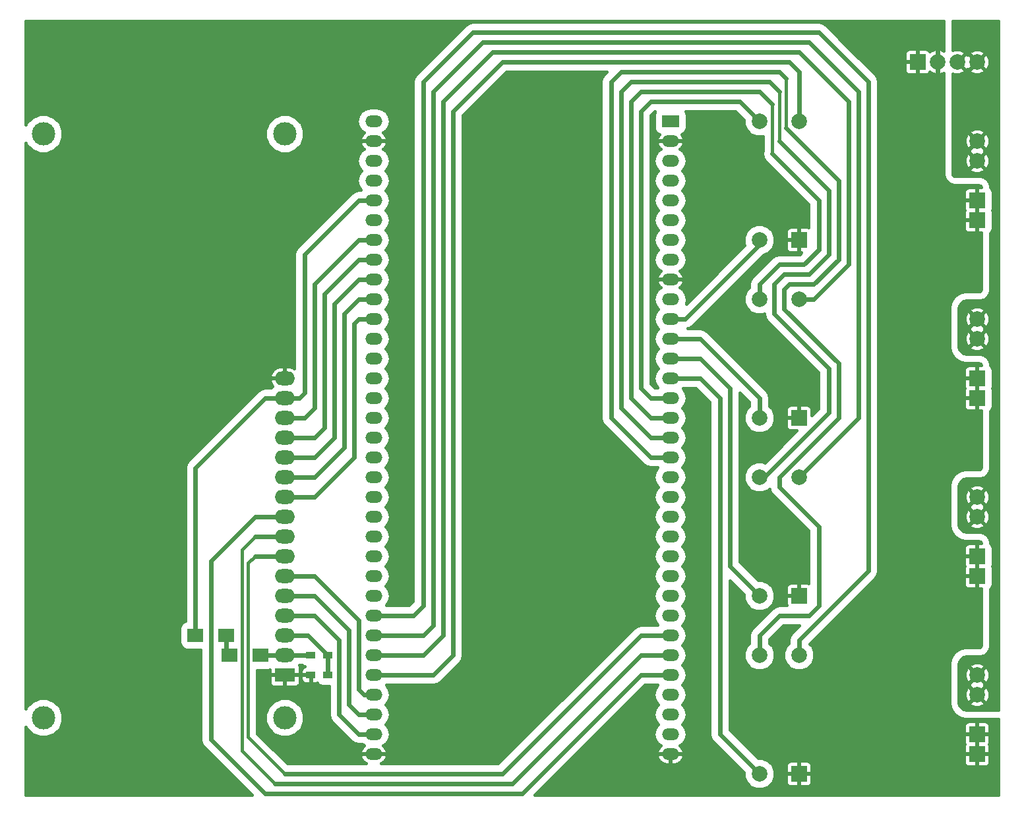
<source format=gbr>
G04 #@! TF.FileFunction,Copper,L1,Top,Signal*
%FSLAX46Y46*%
G04 Gerber Fmt 4.6, Leading zero omitted, Abs format (unit mm)*
G04 Created by KiCad (PCBNEW 4.0.7) date 03/13/18 20:16:42*
%MOMM*%
%LPD*%
G01*
G04 APERTURE LIST*
%ADD10C,0.100000*%
%ADD11R,2.000000X2.000000*%
%ADD12C,2.000000*%
%ADD13R,1.200000X0.900000*%
%ADD14O,2.200000X1.500000*%
%ADD15R,2.200000X1.500000*%
%ADD16R,2.600000X1.800000*%
%ADD17O,2.600000X1.800000*%
%ADD18C,3.000000*%
%ADD19R,2.000000X1.700000*%
%ADD20C,0.600000*%
%ADD21C,0.400000*%
G04 APERTURE END LIST*
D10*
D11*
X123190000Y-24130000D03*
D12*
X95250000Y-29210000D03*
D11*
X100330000Y-29210000D03*
X123190000Y-26670000D03*
D12*
X123190000Y-19050000D03*
X123190000Y-16510000D03*
X95250000Y-13970000D03*
X100330000Y-13970000D03*
D11*
X123190000Y-46990000D03*
D12*
X95250000Y-52070000D03*
D11*
X100330000Y-52070000D03*
X123190000Y-49530000D03*
D12*
X123190000Y-41910000D03*
X123190000Y-39370000D03*
X95250000Y-36830000D03*
X100330000Y-36830000D03*
D11*
X123190000Y-69850000D03*
D12*
X95250000Y-74930000D03*
D11*
X100330000Y-74930000D03*
X123190000Y-72390000D03*
D12*
X123190000Y-64770000D03*
X123190000Y-62230000D03*
X95250000Y-59690000D03*
X100330000Y-59690000D03*
D11*
X123190000Y-92710000D03*
D12*
X95250000Y-97790000D03*
D11*
X100330000Y-97790000D03*
X123190000Y-95250000D03*
D12*
X123190000Y-87630000D03*
X123190000Y-85090000D03*
X95250000Y-82550000D03*
X100330000Y-82550000D03*
D13*
X39835000Y-85090000D03*
X37635000Y-85090000D03*
X37635000Y-82550000D03*
X39835000Y-82550000D03*
D14*
X45720000Y-95250000D03*
X45720000Y-92710000D03*
X45720000Y-90170000D03*
X45720000Y-87630000D03*
X45720000Y-85090000D03*
X45720000Y-82550000D03*
X45720000Y-80010000D03*
X45720000Y-77470000D03*
X45720000Y-74930000D03*
X45720000Y-72390000D03*
X45720000Y-69850000D03*
X45720000Y-67310000D03*
X45720000Y-64770000D03*
X45720000Y-62230000D03*
X45720000Y-59690000D03*
X45720000Y-57150000D03*
X45720000Y-54610000D03*
X45720000Y-52070000D03*
X45720000Y-49530000D03*
X45720000Y-46990000D03*
X45720000Y-44450000D03*
X45720000Y-41910000D03*
X45720000Y-39370000D03*
X45720000Y-36830000D03*
X45720000Y-34290000D03*
X45720000Y-31750000D03*
X45720000Y-29210000D03*
X45720000Y-26670000D03*
X45720000Y-24130000D03*
X45720000Y-21590000D03*
X45720000Y-19050000D03*
X45720000Y-16510000D03*
X45720000Y-13970000D03*
D15*
X83820000Y-13970000D03*
D14*
X83820000Y-16510000D03*
X83820000Y-19050000D03*
X83820000Y-21590000D03*
X83820000Y-24130000D03*
X83820000Y-26670000D03*
X83820000Y-29210000D03*
X83820000Y-31750000D03*
X83820000Y-34290000D03*
X83820000Y-36830000D03*
X83820000Y-39370000D03*
X83820000Y-41910000D03*
X83820000Y-44450000D03*
X83820000Y-46990000D03*
X83820000Y-49530000D03*
X83820000Y-52070000D03*
X83820000Y-54610000D03*
X83820000Y-57150000D03*
X83820000Y-59690000D03*
X83820000Y-62230000D03*
X83820000Y-64770000D03*
X83820000Y-67310000D03*
X83820000Y-69850000D03*
X83820000Y-72390000D03*
X83820000Y-74930000D03*
X83820000Y-77470000D03*
X83820000Y-80010000D03*
X83820000Y-82550000D03*
X83820000Y-85090000D03*
X83820000Y-87630000D03*
X83820000Y-90170000D03*
X83820000Y-92710000D03*
X83820000Y-95250000D03*
D11*
X115570000Y-6350000D03*
D12*
X118110000Y-6350000D03*
X120650000Y-6350000D03*
X123190000Y-6350000D03*
D16*
X34290000Y-85090000D03*
D17*
X34290000Y-82550000D03*
X34290000Y-80010000D03*
X34290000Y-77470000D03*
X34290000Y-74930000D03*
X34290000Y-72390000D03*
X34290000Y-69850000D03*
X34290000Y-67310000D03*
X34290000Y-64770000D03*
X34290000Y-62230000D03*
X34290000Y-59690000D03*
X34290000Y-57150000D03*
X34290000Y-54610000D03*
X34290000Y-52070000D03*
X34290000Y-49530000D03*
X34290000Y-46990000D03*
D18*
X34290000Y-90589100D03*
X3289300Y-90589100D03*
X3289300Y-15590520D03*
X34290000Y-15590000D03*
D19*
X22800000Y-80000000D03*
X26800000Y-80000000D03*
X27200000Y-82600000D03*
X31200000Y-82600000D03*
D20*
X118110000Y-6350000D02*
X118110000Y-8490000D01*
X118110000Y-8490000D02*
X118000000Y-8600000D01*
X118110000Y-6350000D02*
X118110000Y-4510000D01*
X118110000Y-4510000D02*
X118100000Y-4500000D01*
X62230000Y-6350000D02*
X99060000Y-6350000D01*
X62230000Y-6350000D02*
X55880000Y-12700000D01*
X53340000Y-85090000D02*
X55880000Y-82550000D01*
X55880000Y-12700000D02*
X55880000Y-82550000D01*
X45720000Y-85090000D02*
X53340000Y-85090000D01*
X100330000Y-7620000D02*
X99060000Y-6350000D01*
X100330000Y-7620000D02*
X100330000Y-13970000D01*
X100330000Y-36830000D02*
X102235000Y-36830000D01*
X100330000Y-5080000D02*
X106680000Y-11430000D01*
X106680000Y-11430000D02*
X106680000Y-32385000D01*
X106680000Y-32385000D02*
X102235000Y-36830000D01*
X54610000Y-11430000D02*
X60960000Y-5080000D01*
X52070000Y-82550000D02*
X54610000Y-80010000D01*
X54610000Y-80010000D02*
X54610000Y-11430000D01*
X52070000Y-82550000D02*
X45720000Y-82550000D01*
X100330000Y-5080000D02*
X60960000Y-5080000D01*
X59690000Y-3810000D02*
X101600000Y-3810000D01*
X45720000Y-80010000D02*
X52070000Y-80010000D01*
X53340000Y-78740000D02*
X52070000Y-80010000D01*
X53340000Y-10160000D02*
X53340000Y-78740000D01*
X53340000Y-10160000D02*
X59690000Y-3810000D01*
X107950000Y-52070000D02*
X100330000Y-59690000D01*
X107950000Y-10160000D02*
X101600000Y-3810000D01*
X107950000Y-52070000D02*
X107950000Y-10160000D01*
X58420000Y-2540000D02*
X102870000Y-2540000D01*
X45720000Y-77470000D02*
X50800000Y-77470000D01*
X52070000Y-76200000D02*
X52070000Y-8890000D01*
X50800000Y-77470000D02*
X52070000Y-76200000D01*
X52070000Y-8890000D02*
X58420000Y-2540000D01*
X109220000Y-8890000D02*
X102870000Y-2540000D01*
X109220000Y-8890000D02*
X109220000Y-71755000D01*
X100330000Y-80645000D02*
X109220000Y-71755000D01*
X100330000Y-80645000D02*
X100330000Y-82550000D01*
X34290000Y-49530000D02*
X31750000Y-49530000D01*
X22800000Y-58480000D02*
X22800000Y-80000000D01*
X31750000Y-49530000D02*
X22800000Y-58480000D01*
X34290000Y-49530000D02*
X36195000Y-49530000D01*
X43815000Y-24130000D02*
X45720000Y-24130000D01*
X36830000Y-31115000D02*
X43815000Y-24130000D01*
X36830000Y-48895000D02*
X36830000Y-31115000D01*
X36195000Y-49530000D02*
X36830000Y-48895000D01*
X81280000Y-11430000D02*
X92710000Y-11430000D01*
X95250000Y-13970000D02*
X92710000Y-11430000D01*
X80010000Y-12700000D02*
X81280000Y-11430000D01*
X80010000Y-12700000D02*
X80010000Y-48260000D01*
X80010000Y-48260000D02*
X81280000Y-49530000D01*
X81280000Y-49530000D02*
X83820000Y-49530000D01*
X95250000Y-36830000D02*
X95250000Y-34925000D01*
X100965000Y-32385000D02*
X97790000Y-32385000D01*
X97790000Y-32385000D02*
X95250000Y-34925000D01*
X80010000Y-10160000D02*
X95250000Y-10160000D01*
D21*
X96901000Y-18161000D02*
X96901000Y-11811000D01*
D20*
X96901000Y-18161000D02*
X102870000Y-24130000D01*
X102870000Y-24130000D02*
X102870000Y-30480000D01*
X96901000Y-11811000D02*
X95250000Y-10160000D01*
X78740000Y-11430000D02*
X80010000Y-10160000D01*
X81280000Y-52070000D02*
X83820000Y-52070000D01*
X78740000Y-49530000D02*
X81280000Y-52070000D01*
X78740000Y-11430000D02*
X78740000Y-49530000D01*
X102870000Y-30480000D02*
X100965000Y-32385000D01*
X97790000Y-10160000D02*
X96520000Y-8890000D01*
X77470000Y-10160000D02*
X77470000Y-50800000D01*
X77470000Y-50800000D02*
X81280000Y-54610000D01*
X83820000Y-54610000D02*
X81280000Y-54610000D01*
X77470000Y-10160000D02*
X78740000Y-8890000D01*
D21*
X97790000Y-10160000D02*
X97790000Y-16510000D01*
D20*
X97790000Y-16510000D02*
X104140000Y-22860000D01*
X104140000Y-22860000D02*
X104140000Y-31115000D01*
X96520000Y-8890000D02*
X78740000Y-8890000D01*
X98425000Y-33655000D02*
X101600000Y-33655000D01*
X101600000Y-33655000D02*
X104140000Y-31115000D01*
X95885000Y-59690000D02*
X95250000Y-59690000D01*
X95885000Y-59690000D02*
X104140000Y-51435000D01*
X104140000Y-45720000D02*
X104140000Y-51435000D01*
X97155000Y-38735000D02*
X104140000Y-45720000D01*
X97155000Y-34925000D02*
X97155000Y-38735000D01*
X97155000Y-34925000D02*
X98425000Y-33655000D01*
X98425000Y-35560000D02*
X99060000Y-34925000D01*
D21*
X98679000Y-8509000D02*
X98679000Y-14859000D01*
D20*
X76200000Y-8890000D02*
X76200000Y-52070000D01*
X76200000Y-52070000D02*
X81280000Y-57150000D01*
X83820000Y-57150000D02*
X81280000Y-57150000D01*
X76200000Y-8890000D02*
X77470000Y-7620000D01*
X77470000Y-7620000D02*
X97790000Y-7620000D01*
X97790000Y-77470000D02*
X95250000Y-80010000D01*
X97790000Y-77470000D02*
X101600000Y-77470000D01*
X97790000Y-7620000D02*
X98679000Y-8509000D01*
X102870000Y-76200000D02*
X101600000Y-77470000D01*
X102870000Y-66040000D02*
X102870000Y-76200000D01*
X97790000Y-60960000D02*
X102870000Y-66040000D01*
X97790000Y-59690000D02*
X97790000Y-60960000D01*
X105410000Y-52070000D02*
X97790000Y-59690000D01*
X105410000Y-45085000D02*
X105410000Y-52070000D01*
X98425000Y-38100000D02*
X105410000Y-45085000D01*
X98425000Y-35560000D02*
X98425000Y-38100000D01*
X105410000Y-21590000D02*
X105410000Y-31750000D01*
X105410000Y-21590000D02*
X98679000Y-14859000D01*
X95250000Y-80010000D02*
X95250000Y-82550000D01*
X102235000Y-34925000D02*
X105410000Y-31750000D01*
X99060000Y-34925000D02*
X102235000Y-34925000D01*
X45720000Y-87630000D02*
X44450000Y-87630000D01*
X38100000Y-72390000D02*
X34290000Y-72390000D01*
X43815000Y-78105000D02*
X38100000Y-72390000D01*
X43815000Y-86995000D02*
X43815000Y-78105000D01*
X44450000Y-87630000D02*
X43815000Y-86995000D01*
X45720000Y-39370000D02*
X43815000Y-39370000D01*
X38100000Y-62230000D02*
X34290000Y-62230000D01*
X43180000Y-57150000D02*
X38100000Y-62230000D01*
X43180000Y-40005000D02*
X43180000Y-57150000D01*
X43815000Y-39370000D02*
X43180000Y-40005000D01*
X45720000Y-36830000D02*
X43815000Y-36830000D01*
X38100000Y-59690000D02*
X34290000Y-59690000D01*
X41910000Y-55880000D02*
X38100000Y-59690000D01*
X41910000Y-38735000D02*
X41910000Y-55880000D01*
X43815000Y-36830000D02*
X41910000Y-38735000D01*
X45720000Y-34290000D02*
X43815000Y-34290000D01*
X38100000Y-57150000D02*
X34290000Y-57150000D01*
X40640000Y-54610000D02*
X38100000Y-57150000D01*
X40640000Y-37465000D02*
X40640000Y-54610000D01*
X43815000Y-34290000D02*
X40640000Y-37465000D01*
X45720000Y-31750000D02*
X43815000Y-31750000D01*
X38100000Y-54610000D02*
X34290000Y-54610000D01*
X39370000Y-53340000D02*
X38100000Y-54610000D01*
X39370000Y-36195000D02*
X39370000Y-53340000D01*
X43815000Y-31750000D02*
X39370000Y-36195000D01*
X45720000Y-29210000D02*
X43815000Y-29210000D01*
X36830000Y-52070000D02*
X34290000Y-52070000D01*
X38100000Y-50800000D02*
X36830000Y-52070000D01*
X38100000Y-34925000D02*
X38100000Y-50800000D01*
X43815000Y-29210000D02*
X38100000Y-34925000D01*
X45720000Y-90170000D02*
X43815000Y-90170000D01*
X38100000Y-74930000D02*
X34290000Y-74930000D01*
X42545000Y-79375000D02*
X38100000Y-74930000D01*
X42545000Y-88900000D02*
X42545000Y-79375000D01*
X43815000Y-90170000D02*
X42545000Y-88900000D01*
X45720000Y-92710000D02*
X43815000Y-92710000D01*
X38100000Y-77470000D02*
X34290000Y-77470000D01*
X41275000Y-80645000D02*
X38100000Y-77470000D01*
X41275000Y-90170000D02*
X41275000Y-80645000D01*
X43815000Y-92710000D02*
X41275000Y-90170000D01*
X95250000Y-29210000D02*
X95250000Y-29845000D01*
X85725000Y-39370000D02*
X83820000Y-39370000D01*
X95250000Y-29845000D02*
X85725000Y-39370000D01*
X83820000Y-41910000D02*
X87630000Y-41910000D01*
X95250000Y-49530000D02*
X95250000Y-52070000D01*
X87630000Y-41910000D02*
X95250000Y-49530000D01*
X83820000Y-44450000D02*
X87630000Y-44450000D01*
X91440000Y-71120000D02*
X95250000Y-74930000D01*
X91440000Y-48260000D02*
X91440000Y-71120000D01*
X87630000Y-44450000D02*
X91440000Y-48260000D01*
X83820000Y-46990000D02*
X87630000Y-46990000D01*
X90170000Y-92710000D02*
X95250000Y-97790000D01*
X90170000Y-49530000D02*
X90170000Y-92710000D01*
X87630000Y-46990000D02*
X90170000Y-49530000D01*
X34290000Y-69850000D02*
X30480000Y-69850000D01*
X80010000Y-80010000D02*
X83820000Y-80010000D01*
X62230000Y-97790000D02*
X80010000Y-80010000D01*
X34290000Y-97790000D02*
X62230000Y-97790000D01*
D21*
X29600000Y-93100000D02*
X34290000Y-97790000D01*
X29600000Y-70730000D02*
X29600000Y-93100000D01*
X30480000Y-69850000D02*
X29600000Y-70730000D01*
D20*
X34290000Y-67310000D02*
X30480000Y-67310000D01*
X80010000Y-82550000D02*
X63500000Y-99060000D01*
X63500000Y-99060000D02*
X33020000Y-99060000D01*
D21*
X33020000Y-99060000D02*
X28800000Y-94840000D01*
X28800000Y-94840000D02*
X28800000Y-68990000D01*
D20*
X80010000Y-82550000D02*
X83820000Y-82550000D01*
D21*
X30480000Y-67310000D02*
X28800000Y-68990000D01*
D20*
X34290000Y-64770000D02*
X30480000Y-64770000D01*
X80010000Y-85090000D02*
X83820000Y-85090000D01*
X64770000Y-100330000D02*
X80010000Y-85090000D01*
X31750000Y-100330000D02*
X64770000Y-100330000D01*
X24800000Y-93380000D02*
X31750000Y-100330000D01*
X24800000Y-70450000D02*
X24800000Y-93380000D01*
X30480000Y-64770000D02*
X24800000Y-70450000D01*
X39835000Y-85090000D02*
X39835000Y-82550000D01*
X39835000Y-82550000D02*
X37295000Y-80010000D01*
X37295000Y-80010000D02*
X34290000Y-80010000D01*
X26800000Y-80000000D02*
X26800000Y-82200000D01*
X26800000Y-82200000D02*
X27200000Y-82600000D01*
X31200000Y-82600000D02*
X34240000Y-82600000D01*
X34240000Y-82600000D02*
X34290000Y-82550000D01*
X34290000Y-82550000D02*
X37635000Y-82550000D01*
D21*
G36*
X125925000Y-89560218D02*
X125780302Y-89589000D01*
X121869698Y-89589000D01*
X121468816Y-89509259D01*
X121145664Y-89293336D01*
X120929741Y-88970184D01*
X120878430Y-88712228D01*
X122178482Y-88712228D01*
X122272020Y-88978556D01*
X122857967Y-89227199D01*
X123494463Y-89232683D01*
X124084607Y-88994173D01*
X124107980Y-88978556D01*
X124201518Y-88712228D01*
X123190000Y-87700711D01*
X122178482Y-88712228D01*
X120878430Y-88712228D01*
X120850000Y-88569302D01*
X120850000Y-87934463D01*
X121587317Y-87934463D01*
X121825827Y-88524607D01*
X121841444Y-88547980D01*
X122107772Y-88641518D01*
X123119289Y-87630000D01*
X123260711Y-87630000D01*
X124272228Y-88641518D01*
X124538556Y-88547980D01*
X124787199Y-87962033D01*
X124792683Y-87325537D01*
X124554173Y-86735393D01*
X124538556Y-86712020D01*
X124272228Y-86618482D01*
X123260711Y-87630000D01*
X123119289Y-87630000D01*
X122107772Y-86618482D01*
X121841444Y-86712020D01*
X121592801Y-87297967D01*
X121587317Y-87934463D01*
X120850000Y-87934463D01*
X120850000Y-86172228D01*
X122178482Y-86172228D01*
X122244430Y-86360000D01*
X122178482Y-86547772D01*
X123190000Y-87559289D01*
X124201518Y-86547772D01*
X124135570Y-86360000D01*
X124201518Y-86172228D01*
X123190000Y-85160711D01*
X122178482Y-86172228D01*
X120850000Y-86172228D01*
X120850000Y-85394463D01*
X121587317Y-85394463D01*
X121825827Y-85984607D01*
X121841444Y-86007980D01*
X122107772Y-86101518D01*
X123119289Y-85090000D01*
X123260711Y-85090000D01*
X124272228Y-86101518D01*
X124538556Y-86007980D01*
X124787199Y-85422033D01*
X124792683Y-84785537D01*
X124554173Y-84195393D01*
X124538556Y-84172020D01*
X124272228Y-84078482D01*
X123260711Y-85090000D01*
X123119289Y-85090000D01*
X122107772Y-84078482D01*
X121841444Y-84172020D01*
X121592801Y-84757967D01*
X121587317Y-85394463D01*
X120850000Y-85394463D01*
X120850000Y-84007772D01*
X122178482Y-84007772D01*
X123190000Y-85019289D01*
X124201518Y-84007772D01*
X124107980Y-83741444D01*
X123522033Y-83492801D01*
X122885537Y-83487317D01*
X122295393Y-83725827D01*
X122272020Y-83741444D01*
X122178482Y-84007772D01*
X120850000Y-84007772D01*
X120850000Y-83769698D01*
X120929741Y-83368816D01*
X121145664Y-83045664D01*
X121468816Y-82829741D01*
X121869698Y-82750000D01*
X123514000Y-82750000D01*
X123553018Y-82746157D01*
X124012238Y-82654812D01*
X124084334Y-82624949D01*
X124473642Y-82364822D01*
X124528822Y-82309642D01*
X124788949Y-81920334D01*
X124818812Y-81848238D01*
X124910157Y-81389018D01*
X124914000Y-81350000D01*
X124914000Y-74101724D01*
X125129262Y-73786678D01*
X125209591Y-73390000D01*
X125209591Y-71390000D01*
X125156922Y-71110088D01*
X125209591Y-70850000D01*
X125209591Y-68850000D01*
X125139862Y-68479422D01*
X124920851Y-68139069D01*
X124914000Y-68134388D01*
X124914000Y-68129000D01*
X124910157Y-68089982D01*
X124818812Y-67630762D01*
X124788949Y-67558666D01*
X124528822Y-67169358D01*
X124473642Y-67114178D01*
X124084334Y-66854051D01*
X124012238Y-66824188D01*
X123553018Y-66732843D01*
X123514000Y-66729000D01*
X121869698Y-66729000D01*
X121468816Y-66649259D01*
X121145664Y-66433336D01*
X120929741Y-66110184D01*
X120878430Y-65852228D01*
X122178482Y-65852228D01*
X122272020Y-66118556D01*
X122857967Y-66367199D01*
X123494463Y-66372683D01*
X124084607Y-66134173D01*
X124107980Y-66118556D01*
X124201518Y-65852228D01*
X123190000Y-64840711D01*
X122178482Y-65852228D01*
X120878430Y-65852228D01*
X120850000Y-65709302D01*
X120850000Y-65074463D01*
X121587317Y-65074463D01*
X121825827Y-65664607D01*
X121841444Y-65687980D01*
X122107772Y-65781518D01*
X123119289Y-64770000D01*
X123260711Y-64770000D01*
X124272228Y-65781518D01*
X124538556Y-65687980D01*
X124787199Y-65102033D01*
X124792683Y-64465537D01*
X124554173Y-63875393D01*
X124538556Y-63852020D01*
X124272228Y-63758482D01*
X123260711Y-64770000D01*
X123119289Y-64770000D01*
X122107772Y-63758482D01*
X121841444Y-63852020D01*
X121592801Y-64437967D01*
X121587317Y-65074463D01*
X120850000Y-65074463D01*
X120850000Y-63312228D01*
X122178482Y-63312228D01*
X122244430Y-63500000D01*
X122178482Y-63687772D01*
X123190000Y-64699289D01*
X124201518Y-63687772D01*
X124135570Y-63500000D01*
X124201518Y-63312228D01*
X123190000Y-62300711D01*
X122178482Y-63312228D01*
X120850000Y-63312228D01*
X120850000Y-62534463D01*
X121587317Y-62534463D01*
X121825827Y-63124607D01*
X121841444Y-63147980D01*
X122107772Y-63241518D01*
X123119289Y-62230000D01*
X123260711Y-62230000D01*
X124272228Y-63241518D01*
X124538556Y-63147980D01*
X124787199Y-62562033D01*
X124792683Y-61925537D01*
X124554173Y-61335393D01*
X124538556Y-61312020D01*
X124272228Y-61218482D01*
X123260711Y-62230000D01*
X123119289Y-62230000D01*
X122107772Y-61218482D01*
X121841444Y-61312020D01*
X121592801Y-61897967D01*
X121587317Y-62534463D01*
X120850000Y-62534463D01*
X120850000Y-61147772D01*
X122178482Y-61147772D01*
X123190000Y-62159289D01*
X124201518Y-61147772D01*
X124107980Y-60881444D01*
X123522033Y-60632801D01*
X122885537Y-60627317D01*
X122295393Y-60865827D01*
X122272020Y-60881444D01*
X122178482Y-61147772D01*
X120850000Y-61147772D01*
X120850000Y-60909698D01*
X120929741Y-60508816D01*
X121145664Y-60185664D01*
X121468816Y-59969741D01*
X121869698Y-59890000D01*
X123514000Y-59890000D01*
X123553018Y-59886157D01*
X124012238Y-59794812D01*
X124084334Y-59764949D01*
X124473642Y-59504822D01*
X124528822Y-59449642D01*
X124788949Y-59060334D01*
X124818812Y-58988238D01*
X124910157Y-58529018D01*
X124914000Y-58490000D01*
X124914000Y-51241724D01*
X125129262Y-50926678D01*
X125209591Y-50530000D01*
X125209591Y-48530000D01*
X125156922Y-48250088D01*
X125209591Y-47990000D01*
X125209591Y-45990000D01*
X125139862Y-45619422D01*
X124920851Y-45279069D01*
X124914000Y-45274388D01*
X124914000Y-45269000D01*
X124910157Y-45229982D01*
X124818812Y-44770762D01*
X124788949Y-44698666D01*
X124528822Y-44309358D01*
X124473642Y-44254178D01*
X124084334Y-43994051D01*
X124012238Y-43964188D01*
X123553018Y-43872843D01*
X123514000Y-43869000D01*
X121869698Y-43869000D01*
X121468816Y-43789259D01*
X121145664Y-43573336D01*
X120929741Y-43250184D01*
X120878430Y-42992228D01*
X122178482Y-42992228D01*
X122272020Y-43258556D01*
X122857967Y-43507199D01*
X123494463Y-43512683D01*
X124084607Y-43274173D01*
X124107980Y-43258556D01*
X124201518Y-42992228D01*
X123190000Y-41980711D01*
X122178482Y-42992228D01*
X120878430Y-42992228D01*
X120850000Y-42849302D01*
X120850000Y-42214463D01*
X121587317Y-42214463D01*
X121825827Y-42804607D01*
X121841444Y-42827980D01*
X122107772Y-42921518D01*
X123119289Y-41910000D01*
X123260711Y-41910000D01*
X124272228Y-42921518D01*
X124538556Y-42827980D01*
X124787199Y-42242033D01*
X124792683Y-41605537D01*
X124554173Y-41015393D01*
X124538556Y-40992020D01*
X124272228Y-40898482D01*
X123260711Y-41910000D01*
X123119289Y-41910000D01*
X122107772Y-40898482D01*
X121841444Y-40992020D01*
X121592801Y-41577967D01*
X121587317Y-42214463D01*
X120850000Y-42214463D01*
X120850000Y-40452228D01*
X122178482Y-40452228D01*
X122244430Y-40640000D01*
X122178482Y-40827772D01*
X123190000Y-41839289D01*
X124201518Y-40827772D01*
X124135570Y-40640000D01*
X124201518Y-40452228D01*
X123190000Y-39440711D01*
X122178482Y-40452228D01*
X120850000Y-40452228D01*
X120850000Y-39674463D01*
X121587317Y-39674463D01*
X121825827Y-40264607D01*
X121841444Y-40287980D01*
X122107772Y-40381518D01*
X123119289Y-39370000D01*
X123260711Y-39370000D01*
X124272228Y-40381518D01*
X124538556Y-40287980D01*
X124787199Y-39702033D01*
X124792683Y-39065537D01*
X124554173Y-38475393D01*
X124538556Y-38452020D01*
X124272228Y-38358482D01*
X123260711Y-39370000D01*
X123119289Y-39370000D01*
X122107772Y-38358482D01*
X121841444Y-38452020D01*
X121592801Y-39037967D01*
X121587317Y-39674463D01*
X120850000Y-39674463D01*
X120850000Y-38287772D01*
X122178482Y-38287772D01*
X123190000Y-39299289D01*
X124201518Y-38287772D01*
X124107980Y-38021444D01*
X123522033Y-37772801D01*
X122885537Y-37767317D01*
X122295393Y-38005827D01*
X122272020Y-38021444D01*
X122178482Y-38287772D01*
X120850000Y-38287772D01*
X120850000Y-38049698D01*
X120929741Y-37648816D01*
X121145664Y-37325664D01*
X121468816Y-37109741D01*
X121869698Y-37030000D01*
X123514000Y-37030000D01*
X123553018Y-37026157D01*
X124012238Y-36934812D01*
X124084334Y-36904949D01*
X124473642Y-36644822D01*
X124528822Y-36589642D01*
X124788949Y-36200334D01*
X124818812Y-36128238D01*
X124910157Y-35669018D01*
X124914000Y-35630000D01*
X124914000Y-28381724D01*
X125129262Y-28066678D01*
X125209591Y-27670000D01*
X125209591Y-25670000D01*
X125156922Y-25390088D01*
X125209591Y-25130000D01*
X125209591Y-23130000D01*
X125139862Y-22759422D01*
X124920851Y-22419069D01*
X124914000Y-22414388D01*
X124914000Y-22409000D01*
X124910157Y-22369982D01*
X124818812Y-21910762D01*
X124788949Y-21838666D01*
X124528822Y-21449358D01*
X124473642Y-21394178D01*
X124084334Y-21134051D01*
X124012238Y-21104188D01*
X123553018Y-21012843D01*
X123514000Y-21009000D01*
X120415698Y-21009000D01*
X120279634Y-20981935D01*
X120180982Y-20916018D01*
X120115065Y-20817366D01*
X120088000Y-20681302D01*
X120088000Y-20132228D01*
X122178482Y-20132228D01*
X122272020Y-20398556D01*
X122857967Y-20647199D01*
X123494463Y-20652683D01*
X124084607Y-20414173D01*
X124107980Y-20398556D01*
X124201518Y-20132228D01*
X123190000Y-19120711D01*
X122178482Y-20132228D01*
X120088000Y-20132228D01*
X120088000Y-19354463D01*
X121587317Y-19354463D01*
X121825827Y-19944607D01*
X121841444Y-19967980D01*
X122107772Y-20061518D01*
X123119289Y-19050000D01*
X123260711Y-19050000D01*
X124272228Y-20061518D01*
X124538556Y-19967980D01*
X124787199Y-19382033D01*
X124792683Y-18745537D01*
X124554173Y-18155393D01*
X124538556Y-18132020D01*
X124272228Y-18038482D01*
X123260711Y-19050000D01*
X123119289Y-19050000D01*
X122107772Y-18038482D01*
X121841444Y-18132020D01*
X121592801Y-18717967D01*
X121587317Y-19354463D01*
X120088000Y-19354463D01*
X120088000Y-17592228D01*
X122178482Y-17592228D01*
X122244430Y-17780000D01*
X122178482Y-17967772D01*
X123190000Y-18979289D01*
X124201518Y-17967772D01*
X124135570Y-17780000D01*
X124201518Y-17592228D01*
X123190000Y-16580711D01*
X122178482Y-17592228D01*
X120088000Y-17592228D01*
X120088000Y-16814463D01*
X121587317Y-16814463D01*
X121825827Y-17404607D01*
X121841444Y-17427980D01*
X122107772Y-17521518D01*
X123119289Y-16510000D01*
X123260711Y-16510000D01*
X124272228Y-17521518D01*
X124538556Y-17427980D01*
X124787199Y-16842033D01*
X124792683Y-16205537D01*
X124554173Y-15615393D01*
X124538556Y-15592020D01*
X124272228Y-15498482D01*
X123260711Y-16510000D01*
X123119289Y-16510000D01*
X122107772Y-15498482D01*
X121841444Y-15592020D01*
X121592801Y-16177967D01*
X121587317Y-16814463D01*
X120088000Y-16814463D01*
X120088000Y-15427772D01*
X122178482Y-15427772D01*
X123190000Y-16439289D01*
X124201518Y-15427772D01*
X124107980Y-15161444D01*
X123522033Y-14912801D01*
X122885537Y-14907317D01*
X122295393Y-15145827D01*
X122272020Y-15161444D01*
X122178482Y-15427772D01*
X120088000Y-15427772D01*
X120088000Y-7849614D01*
X120317967Y-7947199D01*
X120954463Y-7952683D01*
X121544607Y-7714173D01*
X121567980Y-7698556D01*
X121661518Y-7432228D01*
X122178482Y-7432228D01*
X122272020Y-7698556D01*
X122857967Y-7947199D01*
X123494463Y-7952683D01*
X124084607Y-7714173D01*
X124107980Y-7698556D01*
X124201518Y-7432228D01*
X123190000Y-6420711D01*
X122178482Y-7432228D01*
X121661518Y-7432228D01*
X120650000Y-6420711D01*
X120635858Y-6434853D01*
X120565147Y-6364142D01*
X120579289Y-6350000D01*
X120720711Y-6350000D01*
X121732228Y-7361518D01*
X121920000Y-7295570D01*
X122107772Y-7361518D01*
X123119289Y-6350000D01*
X123260711Y-6350000D01*
X124272228Y-7361518D01*
X124538556Y-7267980D01*
X124787199Y-6682033D01*
X124792683Y-6045537D01*
X124554173Y-5455393D01*
X124538556Y-5432020D01*
X124272228Y-5338482D01*
X123260711Y-6350000D01*
X123119289Y-6350000D01*
X122107772Y-5338482D01*
X121920000Y-5404430D01*
X121732228Y-5338482D01*
X120720711Y-6350000D01*
X120579289Y-6350000D01*
X120565147Y-6335858D01*
X120635858Y-6265147D01*
X120650000Y-6279289D01*
X121661518Y-5267772D01*
X122178482Y-5267772D01*
X123190000Y-6279289D01*
X124201518Y-5267772D01*
X124107980Y-5001444D01*
X123522033Y-4752801D01*
X122885537Y-4747317D01*
X122295393Y-4985827D01*
X122272020Y-5001444D01*
X122178482Y-5267772D01*
X121661518Y-5267772D01*
X121567980Y-5001444D01*
X120982033Y-4752801D01*
X120345537Y-4747317D01*
X120088000Y-4851402D01*
X120088000Y-1215743D01*
X120110291Y-1075000D01*
X125925000Y-1075000D01*
X125925000Y-89560218D01*
X125925000Y-89560218D01*
G37*
X125925000Y-89560218D02*
X125780302Y-89589000D01*
X121869698Y-89589000D01*
X121468816Y-89509259D01*
X121145664Y-89293336D01*
X120929741Y-88970184D01*
X120878430Y-88712228D01*
X122178482Y-88712228D01*
X122272020Y-88978556D01*
X122857967Y-89227199D01*
X123494463Y-89232683D01*
X124084607Y-88994173D01*
X124107980Y-88978556D01*
X124201518Y-88712228D01*
X123190000Y-87700711D01*
X122178482Y-88712228D01*
X120878430Y-88712228D01*
X120850000Y-88569302D01*
X120850000Y-87934463D01*
X121587317Y-87934463D01*
X121825827Y-88524607D01*
X121841444Y-88547980D01*
X122107772Y-88641518D01*
X123119289Y-87630000D01*
X123260711Y-87630000D01*
X124272228Y-88641518D01*
X124538556Y-88547980D01*
X124787199Y-87962033D01*
X124792683Y-87325537D01*
X124554173Y-86735393D01*
X124538556Y-86712020D01*
X124272228Y-86618482D01*
X123260711Y-87630000D01*
X123119289Y-87630000D01*
X122107772Y-86618482D01*
X121841444Y-86712020D01*
X121592801Y-87297967D01*
X121587317Y-87934463D01*
X120850000Y-87934463D01*
X120850000Y-86172228D01*
X122178482Y-86172228D01*
X122244430Y-86360000D01*
X122178482Y-86547772D01*
X123190000Y-87559289D01*
X124201518Y-86547772D01*
X124135570Y-86360000D01*
X124201518Y-86172228D01*
X123190000Y-85160711D01*
X122178482Y-86172228D01*
X120850000Y-86172228D01*
X120850000Y-85394463D01*
X121587317Y-85394463D01*
X121825827Y-85984607D01*
X121841444Y-86007980D01*
X122107772Y-86101518D01*
X123119289Y-85090000D01*
X123260711Y-85090000D01*
X124272228Y-86101518D01*
X124538556Y-86007980D01*
X124787199Y-85422033D01*
X124792683Y-84785537D01*
X124554173Y-84195393D01*
X124538556Y-84172020D01*
X124272228Y-84078482D01*
X123260711Y-85090000D01*
X123119289Y-85090000D01*
X122107772Y-84078482D01*
X121841444Y-84172020D01*
X121592801Y-84757967D01*
X121587317Y-85394463D01*
X120850000Y-85394463D01*
X120850000Y-84007772D01*
X122178482Y-84007772D01*
X123190000Y-85019289D01*
X124201518Y-84007772D01*
X124107980Y-83741444D01*
X123522033Y-83492801D01*
X122885537Y-83487317D01*
X122295393Y-83725827D01*
X122272020Y-83741444D01*
X122178482Y-84007772D01*
X120850000Y-84007772D01*
X120850000Y-83769698D01*
X120929741Y-83368816D01*
X121145664Y-83045664D01*
X121468816Y-82829741D01*
X121869698Y-82750000D01*
X123514000Y-82750000D01*
X123553018Y-82746157D01*
X124012238Y-82654812D01*
X124084334Y-82624949D01*
X124473642Y-82364822D01*
X124528822Y-82309642D01*
X124788949Y-81920334D01*
X124818812Y-81848238D01*
X124910157Y-81389018D01*
X124914000Y-81350000D01*
X124914000Y-74101724D01*
X125129262Y-73786678D01*
X125209591Y-73390000D01*
X125209591Y-71390000D01*
X125156922Y-71110088D01*
X125209591Y-70850000D01*
X125209591Y-68850000D01*
X125139862Y-68479422D01*
X124920851Y-68139069D01*
X124914000Y-68134388D01*
X124914000Y-68129000D01*
X124910157Y-68089982D01*
X124818812Y-67630762D01*
X124788949Y-67558666D01*
X124528822Y-67169358D01*
X124473642Y-67114178D01*
X124084334Y-66854051D01*
X124012238Y-66824188D01*
X123553018Y-66732843D01*
X123514000Y-66729000D01*
X121869698Y-66729000D01*
X121468816Y-66649259D01*
X121145664Y-66433336D01*
X120929741Y-66110184D01*
X120878430Y-65852228D01*
X122178482Y-65852228D01*
X122272020Y-66118556D01*
X122857967Y-66367199D01*
X123494463Y-66372683D01*
X124084607Y-66134173D01*
X124107980Y-66118556D01*
X124201518Y-65852228D01*
X123190000Y-64840711D01*
X122178482Y-65852228D01*
X120878430Y-65852228D01*
X120850000Y-65709302D01*
X120850000Y-65074463D01*
X121587317Y-65074463D01*
X121825827Y-65664607D01*
X121841444Y-65687980D01*
X122107772Y-65781518D01*
X123119289Y-64770000D01*
X123260711Y-64770000D01*
X124272228Y-65781518D01*
X124538556Y-65687980D01*
X124787199Y-65102033D01*
X124792683Y-64465537D01*
X124554173Y-63875393D01*
X124538556Y-63852020D01*
X124272228Y-63758482D01*
X123260711Y-64770000D01*
X123119289Y-64770000D01*
X122107772Y-63758482D01*
X121841444Y-63852020D01*
X121592801Y-64437967D01*
X121587317Y-65074463D01*
X120850000Y-65074463D01*
X120850000Y-63312228D01*
X122178482Y-63312228D01*
X122244430Y-63500000D01*
X122178482Y-63687772D01*
X123190000Y-64699289D01*
X124201518Y-63687772D01*
X124135570Y-63500000D01*
X124201518Y-63312228D01*
X123190000Y-62300711D01*
X122178482Y-63312228D01*
X120850000Y-63312228D01*
X120850000Y-62534463D01*
X121587317Y-62534463D01*
X121825827Y-63124607D01*
X121841444Y-63147980D01*
X122107772Y-63241518D01*
X123119289Y-62230000D01*
X123260711Y-62230000D01*
X124272228Y-63241518D01*
X124538556Y-63147980D01*
X124787199Y-62562033D01*
X124792683Y-61925537D01*
X124554173Y-61335393D01*
X124538556Y-61312020D01*
X124272228Y-61218482D01*
X123260711Y-62230000D01*
X123119289Y-62230000D01*
X122107772Y-61218482D01*
X121841444Y-61312020D01*
X121592801Y-61897967D01*
X121587317Y-62534463D01*
X120850000Y-62534463D01*
X120850000Y-61147772D01*
X122178482Y-61147772D01*
X123190000Y-62159289D01*
X124201518Y-61147772D01*
X124107980Y-60881444D01*
X123522033Y-60632801D01*
X122885537Y-60627317D01*
X122295393Y-60865827D01*
X122272020Y-60881444D01*
X122178482Y-61147772D01*
X120850000Y-61147772D01*
X120850000Y-60909698D01*
X120929741Y-60508816D01*
X121145664Y-60185664D01*
X121468816Y-59969741D01*
X121869698Y-59890000D01*
X123514000Y-59890000D01*
X123553018Y-59886157D01*
X124012238Y-59794812D01*
X124084334Y-59764949D01*
X124473642Y-59504822D01*
X124528822Y-59449642D01*
X124788949Y-59060334D01*
X124818812Y-58988238D01*
X124910157Y-58529018D01*
X124914000Y-58490000D01*
X124914000Y-51241724D01*
X125129262Y-50926678D01*
X125209591Y-50530000D01*
X125209591Y-48530000D01*
X125156922Y-48250088D01*
X125209591Y-47990000D01*
X125209591Y-45990000D01*
X125139862Y-45619422D01*
X124920851Y-45279069D01*
X124914000Y-45274388D01*
X124914000Y-45269000D01*
X124910157Y-45229982D01*
X124818812Y-44770762D01*
X124788949Y-44698666D01*
X124528822Y-44309358D01*
X124473642Y-44254178D01*
X124084334Y-43994051D01*
X124012238Y-43964188D01*
X123553018Y-43872843D01*
X123514000Y-43869000D01*
X121869698Y-43869000D01*
X121468816Y-43789259D01*
X121145664Y-43573336D01*
X120929741Y-43250184D01*
X120878430Y-42992228D01*
X122178482Y-42992228D01*
X122272020Y-43258556D01*
X122857967Y-43507199D01*
X123494463Y-43512683D01*
X124084607Y-43274173D01*
X124107980Y-43258556D01*
X124201518Y-42992228D01*
X123190000Y-41980711D01*
X122178482Y-42992228D01*
X120878430Y-42992228D01*
X120850000Y-42849302D01*
X120850000Y-42214463D01*
X121587317Y-42214463D01*
X121825827Y-42804607D01*
X121841444Y-42827980D01*
X122107772Y-42921518D01*
X123119289Y-41910000D01*
X123260711Y-41910000D01*
X124272228Y-42921518D01*
X124538556Y-42827980D01*
X124787199Y-42242033D01*
X124792683Y-41605537D01*
X124554173Y-41015393D01*
X124538556Y-40992020D01*
X124272228Y-40898482D01*
X123260711Y-41910000D01*
X123119289Y-41910000D01*
X122107772Y-40898482D01*
X121841444Y-40992020D01*
X121592801Y-41577967D01*
X121587317Y-42214463D01*
X120850000Y-42214463D01*
X120850000Y-40452228D01*
X122178482Y-40452228D01*
X122244430Y-40640000D01*
X122178482Y-40827772D01*
X123190000Y-41839289D01*
X124201518Y-40827772D01*
X124135570Y-40640000D01*
X124201518Y-40452228D01*
X123190000Y-39440711D01*
X122178482Y-40452228D01*
X120850000Y-40452228D01*
X120850000Y-39674463D01*
X121587317Y-39674463D01*
X121825827Y-40264607D01*
X121841444Y-40287980D01*
X122107772Y-40381518D01*
X123119289Y-39370000D01*
X123260711Y-39370000D01*
X124272228Y-40381518D01*
X124538556Y-40287980D01*
X124787199Y-39702033D01*
X124792683Y-39065537D01*
X124554173Y-38475393D01*
X124538556Y-38452020D01*
X124272228Y-38358482D01*
X123260711Y-39370000D01*
X123119289Y-39370000D01*
X122107772Y-38358482D01*
X121841444Y-38452020D01*
X121592801Y-39037967D01*
X121587317Y-39674463D01*
X120850000Y-39674463D01*
X120850000Y-38287772D01*
X122178482Y-38287772D01*
X123190000Y-39299289D01*
X124201518Y-38287772D01*
X124107980Y-38021444D01*
X123522033Y-37772801D01*
X122885537Y-37767317D01*
X122295393Y-38005827D01*
X122272020Y-38021444D01*
X122178482Y-38287772D01*
X120850000Y-38287772D01*
X120850000Y-38049698D01*
X120929741Y-37648816D01*
X121145664Y-37325664D01*
X121468816Y-37109741D01*
X121869698Y-37030000D01*
X123514000Y-37030000D01*
X123553018Y-37026157D01*
X124012238Y-36934812D01*
X124084334Y-36904949D01*
X124473642Y-36644822D01*
X124528822Y-36589642D01*
X124788949Y-36200334D01*
X124818812Y-36128238D01*
X124910157Y-35669018D01*
X124914000Y-35630000D01*
X124914000Y-28381724D01*
X125129262Y-28066678D01*
X125209591Y-27670000D01*
X125209591Y-25670000D01*
X125156922Y-25390088D01*
X125209591Y-25130000D01*
X125209591Y-23130000D01*
X125139862Y-22759422D01*
X124920851Y-22419069D01*
X124914000Y-22414388D01*
X124914000Y-22409000D01*
X124910157Y-22369982D01*
X124818812Y-21910762D01*
X124788949Y-21838666D01*
X124528822Y-21449358D01*
X124473642Y-21394178D01*
X124084334Y-21134051D01*
X124012238Y-21104188D01*
X123553018Y-21012843D01*
X123514000Y-21009000D01*
X120415698Y-21009000D01*
X120279634Y-20981935D01*
X120180982Y-20916018D01*
X120115065Y-20817366D01*
X120088000Y-20681302D01*
X120088000Y-20132228D01*
X122178482Y-20132228D01*
X122272020Y-20398556D01*
X122857967Y-20647199D01*
X123494463Y-20652683D01*
X124084607Y-20414173D01*
X124107980Y-20398556D01*
X124201518Y-20132228D01*
X123190000Y-19120711D01*
X122178482Y-20132228D01*
X120088000Y-20132228D01*
X120088000Y-19354463D01*
X121587317Y-19354463D01*
X121825827Y-19944607D01*
X121841444Y-19967980D01*
X122107772Y-20061518D01*
X123119289Y-19050000D01*
X123260711Y-19050000D01*
X124272228Y-20061518D01*
X124538556Y-19967980D01*
X124787199Y-19382033D01*
X124792683Y-18745537D01*
X124554173Y-18155393D01*
X124538556Y-18132020D01*
X124272228Y-18038482D01*
X123260711Y-19050000D01*
X123119289Y-19050000D01*
X122107772Y-18038482D01*
X121841444Y-18132020D01*
X121592801Y-18717967D01*
X121587317Y-19354463D01*
X120088000Y-19354463D01*
X120088000Y-17592228D01*
X122178482Y-17592228D01*
X122244430Y-17780000D01*
X122178482Y-17967772D01*
X123190000Y-18979289D01*
X124201518Y-17967772D01*
X124135570Y-17780000D01*
X124201518Y-17592228D01*
X123190000Y-16580711D01*
X122178482Y-17592228D01*
X120088000Y-17592228D01*
X120088000Y-16814463D01*
X121587317Y-16814463D01*
X121825827Y-17404607D01*
X121841444Y-17427980D01*
X122107772Y-17521518D01*
X123119289Y-16510000D01*
X123260711Y-16510000D01*
X124272228Y-17521518D01*
X124538556Y-17427980D01*
X124787199Y-16842033D01*
X124792683Y-16205537D01*
X124554173Y-15615393D01*
X124538556Y-15592020D01*
X124272228Y-15498482D01*
X123260711Y-16510000D01*
X123119289Y-16510000D01*
X122107772Y-15498482D01*
X121841444Y-15592020D01*
X121592801Y-16177967D01*
X121587317Y-16814463D01*
X120088000Y-16814463D01*
X120088000Y-15427772D01*
X122178482Y-15427772D01*
X123190000Y-16439289D01*
X124201518Y-15427772D01*
X124107980Y-15161444D01*
X123522033Y-14912801D01*
X122885537Y-14907317D01*
X122295393Y-15145827D01*
X122272020Y-15161444D01*
X122178482Y-15427772D01*
X120088000Y-15427772D01*
X120088000Y-7849614D01*
X120317967Y-7947199D01*
X120954463Y-7952683D01*
X121544607Y-7714173D01*
X121567980Y-7698556D01*
X121661518Y-7432228D01*
X122178482Y-7432228D01*
X122272020Y-7698556D01*
X122857967Y-7947199D01*
X123494463Y-7952683D01*
X124084607Y-7714173D01*
X124107980Y-7698556D01*
X124201518Y-7432228D01*
X123190000Y-6420711D01*
X122178482Y-7432228D01*
X121661518Y-7432228D01*
X120650000Y-6420711D01*
X120635858Y-6434853D01*
X120565147Y-6364142D01*
X120579289Y-6350000D01*
X120720711Y-6350000D01*
X121732228Y-7361518D01*
X121920000Y-7295570D01*
X122107772Y-7361518D01*
X123119289Y-6350000D01*
X123260711Y-6350000D01*
X124272228Y-7361518D01*
X124538556Y-7267980D01*
X124787199Y-6682033D01*
X124792683Y-6045537D01*
X124554173Y-5455393D01*
X124538556Y-5432020D01*
X124272228Y-5338482D01*
X123260711Y-6350000D01*
X123119289Y-6350000D01*
X122107772Y-5338482D01*
X121920000Y-5404430D01*
X121732228Y-5338482D01*
X120720711Y-6350000D01*
X120579289Y-6350000D01*
X120565147Y-6335858D01*
X120635858Y-6265147D01*
X120650000Y-6279289D01*
X121661518Y-5267772D01*
X122178482Y-5267772D01*
X123190000Y-6279289D01*
X124201518Y-5267772D01*
X124107980Y-5001444D01*
X123522033Y-4752801D01*
X122885537Y-4747317D01*
X122295393Y-4985827D01*
X122272020Y-5001444D01*
X122178482Y-5267772D01*
X121661518Y-5267772D01*
X121567980Y-5001444D01*
X120982033Y-4752801D01*
X120345537Y-4747317D01*
X120088000Y-4851402D01*
X120088000Y-1215743D01*
X120110291Y-1075000D01*
X125925000Y-1075000D01*
X125925000Y-89560218D01*
G36*
X118888000Y-1200000D02*
X118888000Y-4887875D01*
X118453939Y-4703208D01*
X117797559Y-4696943D01*
X117188745Y-4942341D01*
X117162042Y-4960182D01*
X117140124Y-5027871D01*
X117121043Y-4981805D01*
X116938195Y-4798957D01*
X116699293Y-4700000D01*
X115782500Y-4700000D01*
X115620000Y-4862500D01*
X115620000Y-6300000D01*
X115640000Y-6300000D01*
X115640000Y-6400000D01*
X115620000Y-6400000D01*
X115620000Y-7837500D01*
X115782500Y-8000000D01*
X116699293Y-8000000D01*
X116938195Y-7901043D01*
X117121043Y-7718195D01*
X117140124Y-7672129D01*
X117162042Y-7739818D01*
X117766061Y-7996792D01*
X118422441Y-8003057D01*
X118888000Y-7815402D01*
X118888000Y-20701000D01*
X118907215Y-20896090D01*
X118945884Y-21090493D01*
X119095201Y-21450975D01*
X119205322Y-21615782D01*
X119481218Y-21891678D01*
X119646025Y-22001799D01*
X120006507Y-22151116D01*
X120200910Y-22189785D01*
X120396000Y-22209000D01*
X123415509Y-22209000D01*
X123583038Y-22242324D01*
X123641568Y-22281432D01*
X123680676Y-22339962D01*
X123708532Y-22480000D01*
X123402500Y-22480000D01*
X123240000Y-22642500D01*
X123240000Y-24080000D01*
X123260000Y-24080000D01*
X123260000Y-24180000D01*
X123240000Y-24180000D01*
X123240000Y-26620000D01*
X123260000Y-26620000D01*
X123260000Y-26720000D01*
X123240000Y-26720000D01*
X123240000Y-28157500D01*
X123402500Y-28320000D01*
X123714000Y-28320000D01*
X123714000Y-35531509D01*
X123680676Y-35699038D01*
X123641568Y-35757568D01*
X123583038Y-35796676D01*
X123415509Y-35830000D01*
X121850000Y-35830000D01*
X121654909Y-35849215D01*
X121195689Y-35940560D01*
X120835210Y-36089875D01*
X120445902Y-36350002D01*
X120170002Y-36625902D01*
X119909875Y-37015210D01*
X119760560Y-37375689D01*
X119669215Y-37834909D01*
X119650000Y-38030000D01*
X119650000Y-42869000D01*
X119669215Y-43064091D01*
X119760560Y-43523311D01*
X119909875Y-43883790D01*
X120170002Y-44273098D01*
X120445902Y-44548998D01*
X120835210Y-44809125D01*
X121195689Y-44958440D01*
X121654909Y-45049785D01*
X121850000Y-45069000D01*
X123415509Y-45069000D01*
X123583038Y-45102324D01*
X123641568Y-45141432D01*
X123680676Y-45199962D01*
X123708532Y-45340000D01*
X123402500Y-45340000D01*
X123240000Y-45502500D01*
X123240000Y-46940000D01*
X123260000Y-46940000D01*
X123260000Y-47040000D01*
X123240000Y-47040000D01*
X123240000Y-49480000D01*
X123260000Y-49480000D01*
X123260000Y-49580000D01*
X123240000Y-49580000D01*
X123240000Y-51017500D01*
X123402500Y-51180000D01*
X123714000Y-51180000D01*
X123714000Y-58391509D01*
X123680676Y-58559038D01*
X123641568Y-58617568D01*
X123583038Y-58656676D01*
X123415509Y-58690000D01*
X121850000Y-58690000D01*
X121654909Y-58709215D01*
X121195689Y-58800560D01*
X120835210Y-58949875D01*
X120445902Y-59210002D01*
X120170002Y-59485902D01*
X119909875Y-59875210D01*
X119760560Y-60235689D01*
X119669215Y-60694909D01*
X119650000Y-60890000D01*
X119650000Y-65729000D01*
X119669215Y-65924091D01*
X119760560Y-66383311D01*
X119909875Y-66743790D01*
X120170002Y-67133098D01*
X120445902Y-67408998D01*
X120835210Y-67669125D01*
X121195689Y-67818440D01*
X121654909Y-67909785D01*
X121850000Y-67929000D01*
X123415509Y-67929000D01*
X123583038Y-67962324D01*
X123641568Y-68001432D01*
X123680676Y-68059962D01*
X123708532Y-68200000D01*
X123402500Y-68200000D01*
X123240000Y-68362500D01*
X123240000Y-69800000D01*
X123260000Y-69800000D01*
X123260000Y-69900000D01*
X123240000Y-69900000D01*
X123240000Y-72340000D01*
X123260000Y-72340000D01*
X123260000Y-72440000D01*
X123240000Y-72440000D01*
X123240000Y-73877500D01*
X123402500Y-74040000D01*
X123714000Y-74040000D01*
X123714000Y-81251509D01*
X123680676Y-81419038D01*
X123641568Y-81477568D01*
X123583038Y-81516676D01*
X123415509Y-81550000D01*
X121850000Y-81550000D01*
X121654909Y-81569215D01*
X121195689Y-81660560D01*
X120835210Y-81809875D01*
X120445902Y-82070002D01*
X120170002Y-82345902D01*
X119909875Y-82735210D01*
X119760560Y-83095689D01*
X119669215Y-83554909D01*
X119650000Y-83750000D01*
X119650000Y-88589000D01*
X119669215Y-88784091D01*
X119760560Y-89243311D01*
X119909875Y-89603790D01*
X120170002Y-89993098D01*
X120445902Y-90268998D01*
X120835210Y-90529125D01*
X121195689Y-90678440D01*
X121654909Y-90769785D01*
X121850000Y-90789000D01*
X125800000Y-90789000D01*
X125925000Y-90776688D01*
X125925000Y-100525000D01*
X66413478Y-100525000D01*
X71420225Y-95518253D01*
X82095940Y-95518253D01*
X82157434Y-95739563D01*
X82444695Y-96204594D01*
X82888049Y-96524297D01*
X83420000Y-96650000D01*
X83770000Y-96650000D01*
X83770000Y-95300000D01*
X83870000Y-95300000D01*
X83870000Y-96650000D01*
X84220000Y-96650000D01*
X84751951Y-96524297D01*
X85195305Y-96204594D01*
X85482566Y-95739563D01*
X85544060Y-95518253D01*
X85406489Y-95300000D01*
X83870000Y-95300000D01*
X83770000Y-95300000D01*
X82233511Y-95300000D01*
X82095940Y-95518253D01*
X71420225Y-95518253D01*
X80548478Y-86390000D01*
X82195258Y-86390000D01*
X82191422Y-86392563D01*
X81812070Y-86960304D01*
X81678859Y-87630000D01*
X81812070Y-88299696D01*
X82191422Y-88867437D01*
X82240156Y-88900000D01*
X82191422Y-88932563D01*
X81812070Y-89500304D01*
X81678859Y-90170000D01*
X81812070Y-90839696D01*
X82191422Y-91407437D01*
X82240156Y-91440000D01*
X82191422Y-91472563D01*
X81812070Y-92040304D01*
X81678859Y-92710000D01*
X81812070Y-93379696D01*
X82191422Y-93947437D01*
X82573350Y-94202633D01*
X82444695Y-94295406D01*
X82157434Y-94760437D01*
X82095940Y-94981747D01*
X82233511Y-95200000D01*
X83770000Y-95200000D01*
X83770000Y-95180000D01*
X83870000Y-95180000D01*
X83870000Y-95200000D01*
X85406489Y-95200000D01*
X85544060Y-94981747D01*
X85482566Y-94760437D01*
X85195305Y-94295406D01*
X85066650Y-94202633D01*
X85448578Y-93947437D01*
X85827930Y-93379696D01*
X85961141Y-92710000D01*
X85827930Y-92040304D01*
X85448578Y-91472563D01*
X85399844Y-91440000D01*
X85448578Y-91407437D01*
X85827930Y-90839696D01*
X85961141Y-90170000D01*
X85827930Y-89500304D01*
X85448578Y-88932563D01*
X85399844Y-88900000D01*
X85448578Y-88867437D01*
X85827930Y-88299696D01*
X85961141Y-87630000D01*
X85827930Y-86960304D01*
X85448578Y-86392563D01*
X85399844Y-86360000D01*
X85448578Y-86327437D01*
X85827930Y-85759696D01*
X85961141Y-85090000D01*
X85827930Y-84420304D01*
X85448578Y-83852563D01*
X85399844Y-83820000D01*
X85448578Y-83787437D01*
X85827930Y-83219696D01*
X85961141Y-82550000D01*
X85827930Y-81880304D01*
X85448578Y-81312563D01*
X85399844Y-81280000D01*
X85448578Y-81247437D01*
X85827930Y-80679696D01*
X85961141Y-80010000D01*
X85827930Y-79340304D01*
X85448578Y-78772563D01*
X85399844Y-78740000D01*
X85448578Y-78707437D01*
X85827930Y-78139696D01*
X85961141Y-77470000D01*
X85827930Y-76800304D01*
X85448578Y-76232563D01*
X85399844Y-76200000D01*
X85448578Y-76167437D01*
X85827930Y-75599696D01*
X85961141Y-74930000D01*
X85827930Y-74260304D01*
X85448578Y-73692563D01*
X85399844Y-73660000D01*
X85448578Y-73627437D01*
X85827930Y-73059696D01*
X85961141Y-72390000D01*
X85827930Y-71720304D01*
X85448578Y-71152563D01*
X85399844Y-71120000D01*
X85448578Y-71087437D01*
X85827930Y-70519696D01*
X85961141Y-69850000D01*
X85827930Y-69180304D01*
X85448578Y-68612563D01*
X85399844Y-68580000D01*
X85448578Y-68547437D01*
X85827930Y-67979696D01*
X85961141Y-67310000D01*
X85827930Y-66640304D01*
X85448578Y-66072563D01*
X85399844Y-66040000D01*
X85448578Y-66007437D01*
X85827930Y-65439696D01*
X85961141Y-64770000D01*
X85827930Y-64100304D01*
X85448578Y-63532563D01*
X85399844Y-63500000D01*
X85448578Y-63467437D01*
X85827930Y-62899696D01*
X85961141Y-62230000D01*
X85827930Y-61560304D01*
X85448578Y-60992563D01*
X85399844Y-60960000D01*
X85448578Y-60927437D01*
X85827930Y-60359696D01*
X85961141Y-59690000D01*
X85827930Y-59020304D01*
X85448578Y-58452563D01*
X85399844Y-58420000D01*
X85448578Y-58387437D01*
X85827930Y-57819696D01*
X85961141Y-57150000D01*
X85827930Y-56480304D01*
X85448578Y-55912563D01*
X85399844Y-55880000D01*
X85448578Y-55847437D01*
X85827930Y-55279696D01*
X85961141Y-54610000D01*
X85827930Y-53940304D01*
X85448578Y-53372563D01*
X85399844Y-53340000D01*
X85448578Y-53307437D01*
X85827930Y-52739696D01*
X85961141Y-52070000D01*
X85827930Y-51400304D01*
X85448578Y-50832563D01*
X85399844Y-50800000D01*
X85448578Y-50767437D01*
X85827930Y-50199696D01*
X85961141Y-49530000D01*
X85827930Y-48860304D01*
X85448578Y-48292563D01*
X85444742Y-48290000D01*
X87091522Y-48290000D01*
X88870000Y-50068477D01*
X88870000Y-92710000D01*
X88968957Y-93207489D01*
X89250761Y-93629239D01*
X93250140Y-97628618D01*
X93249654Y-98186079D01*
X93553494Y-98921429D01*
X94115612Y-99484529D01*
X94850430Y-99789652D01*
X95646079Y-99790346D01*
X96381429Y-99486506D01*
X96944529Y-98924388D01*
X97249652Y-98189570D01*
X97249815Y-98002500D01*
X98680000Y-98002500D01*
X98680000Y-98919293D01*
X98778957Y-99158195D01*
X98961805Y-99341043D01*
X99200707Y-99440000D01*
X100117500Y-99440000D01*
X100280000Y-99277500D01*
X100280000Y-97840000D01*
X100380000Y-97840000D01*
X100380000Y-99277500D01*
X100542500Y-99440000D01*
X101459293Y-99440000D01*
X101698195Y-99341043D01*
X101881043Y-99158195D01*
X101980000Y-98919293D01*
X101980000Y-98002500D01*
X101817500Y-97840000D01*
X100380000Y-97840000D01*
X100280000Y-97840000D01*
X98842500Y-97840000D01*
X98680000Y-98002500D01*
X97249815Y-98002500D01*
X97250346Y-97393921D01*
X96947389Y-96660707D01*
X98680000Y-96660707D01*
X98680000Y-97577500D01*
X98842500Y-97740000D01*
X100280000Y-97740000D01*
X100280000Y-96302500D01*
X100380000Y-96302500D01*
X100380000Y-97740000D01*
X101817500Y-97740000D01*
X101980000Y-97577500D01*
X101980000Y-96660707D01*
X101881043Y-96421805D01*
X101698195Y-96238957D01*
X101459293Y-96140000D01*
X100542500Y-96140000D01*
X100380000Y-96302500D01*
X100280000Y-96302500D01*
X100117500Y-96140000D01*
X99200707Y-96140000D01*
X98961805Y-96238957D01*
X98778957Y-96421805D01*
X98680000Y-96660707D01*
X96947389Y-96660707D01*
X96946506Y-96658571D01*
X96384388Y-96095471D01*
X95649570Y-95790348D01*
X95088336Y-95789858D01*
X94760978Y-95462500D01*
X121540000Y-95462500D01*
X121540000Y-96379293D01*
X121638957Y-96618195D01*
X121821805Y-96801043D01*
X122060707Y-96900000D01*
X122977500Y-96900000D01*
X123140000Y-96737500D01*
X123140000Y-95300000D01*
X123240000Y-95300000D01*
X123240000Y-96737500D01*
X123402500Y-96900000D01*
X124319293Y-96900000D01*
X124558195Y-96801043D01*
X124741043Y-96618195D01*
X124840000Y-96379293D01*
X124840000Y-95462500D01*
X124677500Y-95300000D01*
X123240000Y-95300000D01*
X123140000Y-95300000D01*
X121702500Y-95300000D01*
X121540000Y-95462500D01*
X94760978Y-95462500D01*
X92220978Y-92922500D01*
X121540000Y-92922500D01*
X121540000Y-93839293D01*
X121598283Y-93980000D01*
X121540000Y-94120707D01*
X121540000Y-95037500D01*
X121702500Y-95200000D01*
X123140000Y-95200000D01*
X123140000Y-92760000D01*
X123240000Y-92760000D01*
X123240000Y-95200000D01*
X124677500Y-95200000D01*
X124840000Y-95037500D01*
X124840000Y-94120707D01*
X124781717Y-93980000D01*
X124840000Y-93839293D01*
X124840000Y-92922500D01*
X124677500Y-92760000D01*
X123240000Y-92760000D01*
X123140000Y-92760000D01*
X121702500Y-92760000D01*
X121540000Y-92922500D01*
X92220978Y-92922500D01*
X91470000Y-92171522D01*
X91470000Y-91580707D01*
X121540000Y-91580707D01*
X121540000Y-92497500D01*
X121702500Y-92660000D01*
X123140000Y-92660000D01*
X123140000Y-91222500D01*
X123240000Y-91222500D01*
X123240000Y-92660000D01*
X124677500Y-92660000D01*
X124840000Y-92497500D01*
X124840000Y-91580707D01*
X124741043Y-91341805D01*
X124558195Y-91158957D01*
X124319293Y-91060000D01*
X123402500Y-91060000D01*
X123240000Y-91222500D01*
X123140000Y-91222500D01*
X122977500Y-91060000D01*
X122060707Y-91060000D01*
X121821805Y-91158957D01*
X121638957Y-91341805D01*
X121540000Y-91580707D01*
X91470000Y-91580707D01*
X91470000Y-72988478D01*
X93250140Y-74768618D01*
X93249654Y-75326079D01*
X93553494Y-76061429D01*
X94115612Y-76624529D01*
X94850430Y-76929652D01*
X95646079Y-76930346D01*
X96381429Y-76626506D01*
X96944529Y-76064388D01*
X97249652Y-75329570D01*
X97250346Y-74533921D01*
X96947389Y-73800707D01*
X98680000Y-73800707D01*
X98680000Y-74717500D01*
X98842500Y-74880000D01*
X100280000Y-74880000D01*
X100280000Y-73442500D01*
X100117500Y-73280000D01*
X99200707Y-73280000D01*
X98961805Y-73378957D01*
X98778957Y-73561805D01*
X98680000Y-73800707D01*
X96947389Y-73800707D01*
X96946506Y-73798571D01*
X96384388Y-73235471D01*
X95649570Y-72930348D01*
X95088336Y-72929858D01*
X92740000Y-70581522D01*
X92740000Y-48858478D01*
X93950000Y-50068478D01*
X93950000Y-50541771D01*
X93555471Y-50935612D01*
X93250348Y-51670430D01*
X93249654Y-52466079D01*
X93553494Y-53201429D01*
X94115612Y-53764529D01*
X94850430Y-54069652D01*
X95646079Y-54070346D01*
X96381429Y-53766506D01*
X96944529Y-53204388D01*
X97249652Y-52469570D01*
X97250346Y-51673921D01*
X96947389Y-50940707D01*
X98680000Y-50940707D01*
X98680000Y-51857500D01*
X98842500Y-52020000D01*
X100280000Y-52020000D01*
X100280000Y-50582500D01*
X100117500Y-50420000D01*
X99200707Y-50420000D01*
X98961805Y-50518957D01*
X98778957Y-50701805D01*
X98680000Y-50940707D01*
X96947389Y-50940707D01*
X96946506Y-50938571D01*
X96550000Y-50541372D01*
X96550000Y-49530000D01*
X96451043Y-49032512D01*
X96451043Y-49032511D01*
X96169239Y-48610761D01*
X88549239Y-40990761D01*
X88127489Y-40708957D01*
X87630000Y-40610000D01*
X86026639Y-40610000D01*
X86222489Y-40571043D01*
X86644239Y-40289239D01*
X95777387Y-31156091D01*
X96381429Y-30906506D01*
X96944529Y-30344388D01*
X97249652Y-29609570D01*
X97249815Y-29422500D01*
X98680000Y-29422500D01*
X98680000Y-30339293D01*
X98778957Y-30578195D01*
X98961805Y-30761043D01*
X99200707Y-30860000D01*
X100117500Y-30860000D01*
X100280000Y-30697500D01*
X100280000Y-29260000D01*
X98842500Y-29260000D01*
X98680000Y-29422500D01*
X97249815Y-29422500D01*
X97250346Y-28813921D01*
X96947389Y-28080707D01*
X98680000Y-28080707D01*
X98680000Y-28997500D01*
X98842500Y-29160000D01*
X100280000Y-29160000D01*
X100280000Y-27722500D01*
X100117500Y-27560000D01*
X99200707Y-27560000D01*
X98961805Y-27658957D01*
X98778957Y-27841805D01*
X98680000Y-28080707D01*
X96947389Y-28080707D01*
X96946506Y-28078571D01*
X96384388Y-27515471D01*
X95649570Y-27210348D01*
X94853921Y-27209654D01*
X94118571Y-27513494D01*
X93555471Y-28075612D01*
X93250348Y-28810430D01*
X93249654Y-29606079D01*
X93366837Y-29889685D01*
X85845585Y-37410937D01*
X85961141Y-36830000D01*
X85827930Y-36160304D01*
X85448578Y-35592563D01*
X85066650Y-35337367D01*
X85195305Y-35244594D01*
X85482566Y-34779563D01*
X85544060Y-34558253D01*
X85406489Y-34340000D01*
X83870000Y-34340000D01*
X83870000Y-34360000D01*
X83770000Y-34360000D01*
X83770000Y-34340000D01*
X82233511Y-34340000D01*
X82095940Y-34558253D01*
X82157434Y-34779563D01*
X82444695Y-35244594D01*
X82573350Y-35337367D01*
X82191422Y-35592563D01*
X81812070Y-36160304D01*
X81678859Y-36830000D01*
X81812070Y-37499696D01*
X82191422Y-38067437D01*
X82240156Y-38100000D01*
X82191422Y-38132563D01*
X81812070Y-38700304D01*
X81678859Y-39370000D01*
X81812070Y-40039696D01*
X82191422Y-40607437D01*
X82240156Y-40640000D01*
X82191422Y-40672563D01*
X81812070Y-41240304D01*
X81678859Y-41910000D01*
X81812070Y-42579696D01*
X82191422Y-43147437D01*
X82240156Y-43180000D01*
X82191422Y-43212563D01*
X81812070Y-43780304D01*
X81678859Y-44450000D01*
X81812070Y-45119696D01*
X82191422Y-45687437D01*
X82240156Y-45720000D01*
X82191422Y-45752563D01*
X81812070Y-46320304D01*
X81678859Y-46990000D01*
X81812070Y-47659696D01*
X82191422Y-48227437D01*
X82195258Y-48230000D01*
X81818478Y-48230000D01*
X81310000Y-47721522D01*
X81310000Y-19050000D01*
X81678859Y-19050000D01*
X81812070Y-19719696D01*
X82191422Y-20287437D01*
X82240156Y-20320000D01*
X82191422Y-20352563D01*
X81812070Y-20920304D01*
X81678859Y-21590000D01*
X81812070Y-22259696D01*
X82191422Y-22827437D01*
X82240156Y-22860000D01*
X82191422Y-22892563D01*
X81812070Y-23460304D01*
X81678859Y-24130000D01*
X81812070Y-24799696D01*
X82191422Y-25367437D01*
X82240156Y-25400000D01*
X82191422Y-25432563D01*
X81812070Y-26000304D01*
X81678859Y-26670000D01*
X81812070Y-27339696D01*
X82191422Y-27907437D01*
X82240156Y-27940000D01*
X82191422Y-27972563D01*
X81812070Y-28540304D01*
X81678859Y-29210000D01*
X81812070Y-29879696D01*
X82191422Y-30447437D01*
X82240156Y-30480000D01*
X82191422Y-30512563D01*
X81812070Y-31080304D01*
X81678859Y-31750000D01*
X81812070Y-32419696D01*
X82191422Y-32987437D01*
X82573350Y-33242633D01*
X82444695Y-33335406D01*
X82157434Y-33800437D01*
X82095940Y-34021747D01*
X82233511Y-34240000D01*
X83770000Y-34240000D01*
X83770000Y-34220000D01*
X83870000Y-34220000D01*
X83870000Y-34240000D01*
X85406489Y-34240000D01*
X85544060Y-34021747D01*
X85482566Y-33800437D01*
X85195305Y-33335406D01*
X85066650Y-33242633D01*
X85448578Y-32987437D01*
X85827930Y-32419696D01*
X85961141Y-31750000D01*
X85827930Y-31080304D01*
X85448578Y-30512563D01*
X85399844Y-30480000D01*
X85448578Y-30447437D01*
X85827930Y-29879696D01*
X85961141Y-29210000D01*
X85827930Y-28540304D01*
X85448578Y-27972563D01*
X85399844Y-27940000D01*
X85448578Y-27907437D01*
X85827930Y-27339696D01*
X85961141Y-26670000D01*
X85827930Y-26000304D01*
X85448578Y-25432563D01*
X85399844Y-25400000D01*
X85448578Y-25367437D01*
X85827930Y-24799696D01*
X85961141Y-24130000D01*
X85827930Y-23460304D01*
X85448578Y-22892563D01*
X85399844Y-22860000D01*
X85448578Y-22827437D01*
X85827930Y-22259696D01*
X85961141Y-21590000D01*
X85827930Y-20920304D01*
X85448578Y-20352563D01*
X85399844Y-20320000D01*
X85448578Y-20287437D01*
X85827930Y-19719696D01*
X85961141Y-19050000D01*
X85827930Y-18380304D01*
X85448578Y-17812563D01*
X85066650Y-17557367D01*
X85195305Y-17464594D01*
X85482566Y-16999563D01*
X85544060Y-16778253D01*
X85406489Y-16560000D01*
X83870000Y-16560000D01*
X83870000Y-16580000D01*
X83770000Y-16580000D01*
X83770000Y-16560000D01*
X82233511Y-16560000D01*
X82095940Y-16778253D01*
X82157434Y-16999563D01*
X82444695Y-17464594D01*
X82573350Y-17557367D01*
X82191422Y-17812563D01*
X81812070Y-18380304D01*
X81678859Y-19050000D01*
X81310000Y-19050000D01*
X81310000Y-13238478D01*
X81818478Y-12730000D01*
X81844502Y-12730000D01*
X81780738Y-12823322D01*
X81700409Y-13220000D01*
X81700409Y-14720000D01*
X81770138Y-15090578D01*
X81989149Y-15430931D01*
X82323322Y-15659262D01*
X82374179Y-15669561D01*
X82157434Y-16020437D01*
X82095940Y-16241747D01*
X82233511Y-16460000D01*
X83770000Y-16460000D01*
X83770000Y-16440000D01*
X83870000Y-16440000D01*
X83870000Y-16460000D01*
X85406489Y-16460000D01*
X85544060Y-16241747D01*
X85482566Y-16020437D01*
X85268566Y-15674004D01*
X85290578Y-15669862D01*
X85630931Y-15450851D01*
X85859262Y-15116678D01*
X85939591Y-14720000D01*
X85939591Y-13220000D01*
X85869862Y-12849422D01*
X85793016Y-12730000D01*
X92171522Y-12730000D01*
X93250140Y-13808618D01*
X93249654Y-14366079D01*
X93553494Y-15101429D01*
X94115612Y-15664529D01*
X94850430Y-15969652D01*
X95646079Y-15970346D01*
X95701000Y-15947653D01*
X95701000Y-17661950D01*
X95699957Y-17663511D01*
X95601000Y-18161000D01*
X95699957Y-18658489D01*
X95981761Y-19080239D01*
X101570000Y-24668478D01*
X101570000Y-27605857D01*
X101459293Y-27560000D01*
X100542500Y-27560000D01*
X100380000Y-27722500D01*
X100380000Y-29160000D01*
X100400000Y-29160000D01*
X100400000Y-29260000D01*
X100380000Y-29260000D01*
X100380000Y-30697500D01*
X100542500Y-30860000D01*
X100651522Y-30860000D01*
X100426522Y-31085000D01*
X97790000Y-31085000D01*
X97292512Y-31183957D01*
X96870761Y-31465761D01*
X96870759Y-31465764D01*
X94330761Y-34005761D01*
X94048957Y-34427511D01*
X94048957Y-34427512D01*
X93950000Y-34925000D01*
X93950000Y-35301771D01*
X93555471Y-35695612D01*
X93250348Y-36430430D01*
X93249654Y-37226079D01*
X93553494Y-37961429D01*
X94115612Y-38524529D01*
X94850430Y-38829652D01*
X95646079Y-38830346D01*
X95856658Y-38743337D01*
X95953957Y-39232489D01*
X96235761Y-39654239D01*
X102840000Y-46258478D01*
X102840000Y-50896522D01*
X101980000Y-51756522D01*
X101980000Y-50940707D01*
X101881043Y-50701805D01*
X101698195Y-50518957D01*
X101459293Y-50420000D01*
X100542500Y-50420000D01*
X100380000Y-50582500D01*
X100380000Y-52020000D01*
X100400000Y-52020000D01*
X100400000Y-52120000D01*
X100380000Y-52120000D01*
X100380000Y-52140000D01*
X100280000Y-52140000D01*
X100280000Y-52120000D01*
X98842500Y-52120000D01*
X98680000Y-52282500D01*
X98680000Y-53199293D01*
X98778957Y-53438195D01*
X98961805Y-53621043D01*
X99200707Y-53720000D01*
X100016522Y-53720000D01*
X95929809Y-57806713D01*
X95649570Y-57690348D01*
X94853921Y-57689654D01*
X94118571Y-57993494D01*
X93555471Y-58555612D01*
X93250348Y-59290430D01*
X93249654Y-60086079D01*
X93553494Y-60821429D01*
X94115612Y-61384529D01*
X94850430Y-61689652D01*
X95646079Y-61690346D01*
X96381429Y-61386506D01*
X96542796Y-61225421D01*
X96588957Y-61457489D01*
X96870761Y-61879239D01*
X101570000Y-66578478D01*
X101570000Y-73325857D01*
X101459293Y-73280000D01*
X100542500Y-73280000D01*
X100380000Y-73442500D01*
X100380000Y-74880000D01*
X100400000Y-74880000D01*
X100400000Y-74980000D01*
X100380000Y-74980000D01*
X100380000Y-75000000D01*
X100280000Y-75000000D01*
X100280000Y-74980000D01*
X98842500Y-74980000D01*
X98680000Y-75142500D01*
X98680000Y-76059293D01*
X98725857Y-76170000D01*
X97790000Y-76170000D01*
X97292512Y-76268957D01*
X96870761Y-76550761D01*
X96870759Y-76550764D01*
X94330761Y-79090761D01*
X94048957Y-79512511D01*
X94048957Y-79512512D01*
X93950000Y-80010000D01*
X93950000Y-81021771D01*
X93555471Y-81415612D01*
X93250348Y-82150430D01*
X93249654Y-82946079D01*
X93553494Y-83681429D01*
X94115612Y-84244529D01*
X94850430Y-84549652D01*
X95646079Y-84550346D01*
X96381429Y-84246506D01*
X96944529Y-83684388D01*
X97249652Y-82949570D01*
X97250346Y-82153921D01*
X96946506Y-81418571D01*
X96550000Y-81021372D01*
X96550000Y-80548478D01*
X98328477Y-78770000D01*
X100366522Y-78770000D01*
X99410761Y-79725761D01*
X99128957Y-80147511D01*
X99128957Y-80147512D01*
X99030000Y-80645000D01*
X99030000Y-81021771D01*
X98635471Y-81415612D01*
X98330348Y-82150430D01*
X98329654Y-82946079D01*
X98633494Y-83681429D01*
X99195612Y-84244529D01*
X99930430Y-84549652D01*
X100726079Y-84550346D01*
X101461429Y-84246506D01*
X102024529Y-83684388D01*
X102329652Y-82949570D01*
X102330346Y-82153921D01*
X102026506Y-81418571D01*
X101710982Y-81102496D01*
X110139239Y-72674239D01*
X110187173Y-72602500D01*
X121540000Y-72602500D01*
X121540000Y-73519293D01*
X121638957Y-73758195D01*
X121821805Y-73941043D01*
X122060707Y-74040000D01*
X122977500Y-74040000D01*
X123140000Y-73877500D01*
X123140000Y-72440000D01*
X121702500Y-72440000D01*
X121540000Y-72602500D01*
X110187173Y-72602500D01*
X110421043Y-72252488D01*
X110520001Y-71755000D01*
X110520000Y-71754995D01*
X110520000Y-70062500D01*
X121540000Y-70062500D01*
X121540000Y-70979293D01*
X121598283Y-71120000D01*
X121540000Y-71260707D01*
X121540000Y-72177500D01*
X121702500Y-72340000D01*
X123140000Y-72340000D01*
X123140000Y-69900000D01*
X121702500Y-69900000D01*
X121540000Y-70062500D01*
X110520000Y-70062500D01*
X110520000Y-68720707D01*
X121540000Y-68720707D01*
X121540000Y-69637500D01*
X121702500Y-69800000D01*
X123140000Y-69800000D01*
X123140000Y-68362500D01*
X122977500Y-68200000D01*
X122060707Y-68200000D01*
X121821805Y-68298957D01*
X121638957Y-68481805D01*
X121540000Y-68720707D01*
X110520000Y-68720707D01*
X110520000Y-49742500D01*
X121540000Y-49742500D01*
X121540000Y-50659293D01*
X121638957Y-50898195D01*
X121821805Y-51081043D01*
X122060707Y-51180000D01*
X122977500Y-51180000D01*
X123140000Y-51017500D01*
X123140000Y-49580000D01*
X121702500Y-49580000D01*
X121540000Y-49742500D01*
X110520000Y-49742500D01*
X110520000Y-47202500D01*
X121540000Y-47202500D01*
X121540000Y-48119293D01*
X121598283Y-48260000D01*
X121540000Y-48400707D01*
X121540000Y-49317500D01*
X121702500Y-49480000D01*
X123140000Y-49480000D01*
X123140000Y-47040000D01*
X121702500Y-47040000D01*
X121540000Y-47202500D01*
X110520000Y-47202500D01*
X110520000Y-45860707D01*
X121540000Y-45860707D01*
X121540000Y-46777500D01*
X121702500Y-46940000D01*
X123140000Y-46940000D01*
X123140000Y-45502500D01*
X122977500Y-45340000D01*
X122060707Y-45340000D01*
X121821805Y-45438957D01*
X121638957Y-45621805D01*
X121540000Y-45860707D01*
X110520000Y-45860707D01*
X110520000Y-26882500D01*
X121540000Y-26882500D01*
X121540000Y-27799293D01*
X121638957Y-28038195D01*
X121821805Y-28221043D01*
X122060707Y-28320000D01*
X122977500Y-28320000D01*
X123140000Y-28157500D01*
X123140000Y-26720000D01*
X121702500Y-26720000D01*
X121540000Y-26882500D01*
X110520000Y-26882500D01*
X110520000Y-24342500D01*
X121540000Y-24342500D01*
X121540000Y-25259293D01*
X121598283Y-25400000D01*
X121540000Y-25540707D01*
X121540000Y-26457500D01*
X121702500Y-26620000D01*
X123140000Y-26620000D01*
X123140000Y-24180000D01*
X121702500Y-24180000D01*
X121540000Y-24342500D01*
X110520000Y-24342500D01*
X110520000Y-23000707D01*
X121540000Y-23000707D01*
X121540000Y-23917500D01*
X121702500Y-24080000D01*
X123140000Y-24080000D01*
X123140000Y-22642500D01*
X122977500Y-22480000D01*
X122060707Y-22480000D01*
X121821805Y-22578957D01*
X121638957Y-22761805D01*
X121540000Y-23000707D01*
X110520000Y-23000707D01*
X110520000Y-8890000D01*
X110421043Y-8392512D01*
X110421043Y-8392511D01*
X110139239Y-7970761D01*
X108730978Y-6562500D01*
X113920000Y-6562500D01*
X113920000Y-7479293D01*
X114018957Y-7718195D01*
X114201805Y-7901043D01*
X114440707Y-8000000D01*
X115357500Y-8000000D01*
X115520000Y-7837500D01*
X115520000Y-6400000D01*
X114082500Y-6400000D01*
X113920000Y-6562500D01*
X108730978Y-6562500D01*
X107389185Y-5220707D01*
X113920000Y-5220707D01*
X113920000Y-6137500D01*
X114082500Y-6300000D01*
X115520000Y-6300000D01*
X115520000Y-4862500D01*
X115357500Y-4700000D01*
X114440707Y-4700000D01*
X114201805Y-4798957D01*
X114018957Y-4981805D01*
X113920000Y-5220707D01*
X107389185Y-5220707D01*
X103789239Y-1620761D01*
X103367489Y-1338957D01*
X102870000Y-1240000D01*
X58420000Y-1240000D01*
X57922511Y-1338957D01*
X57500761Y-1620761D01*
X51150761Y-7970761D01*
X50868957Y-8392511D01*
X50868957Y-8392512D01*
X50770000Y-8890000D01*
X50770000Y-75661522D01*
X50261522Y-76170000D01*
X47344742Y-76170000D01*
X47348578Y-76167437D01*
X47727930Y-75599696D01*
X47861141Y-74930000D01*
X47727930Y-74260304D01*
X47348578Y-73692563D01*
X47299844Y-73660000D01*
X47348578Y-73627437D01*
X47727930Y-73059696D01*
X47861141Y-72390000D01*
X47727930Y-71720304D01*
X47348578Y-71152563D01*
X47299844Y-71120000D01*
X47348578Y-71087437D01*
X47727930Y-70519696D01*
X47861141Y-69850000D01*
X47727930Y-69180304D01*
X47348578Y-68612563D01*
X47299844Y-68580000D01*
X47348578Y-68547437D01*
X47727930Y-67979696D01*
X47861141Y-67310000D01*
X47727930Y-66640304D01*
X47348578Y-66072563D01*
X47299844Y-66040000D01*
X47348578Y-66007437D01*
X47727930Y-65439696D01*
X47861141Y-64770000D01*
X47727930Y-64100304D01*
X47348578Y-63532563D01*
X47299844Y-63500000D01*
X47348578Y-63467437D01*
X47727930Y-62899696D01*
X47861141Y-62230000D01*
X47727930Y-61560304D01*
X47348578Y-60992563D01*
X47299844Y-60960000D01*
X47348578Y-60927437D01*
X47727930Y-60359696D01*
X47861141Y-59690000D01*
X47727930Y-59020304D01*
X47348578Y-58452563D01*
X47299844Y-58420000D01*
X47348578Y-58387437D01*
X47727930Y-57819696D01*
X47861141Y-57150000D01*
X47727930Y-56480304D01*
X47348578Y-55912563D01*
X47299844Y-55880000D01*
X47348578Y-55847437D01*
X47727930Y-55279696D01*
X47861141Y-54610000D01*
X47727930Y-53940304D01*
X47348578Y-53372563D01*
X47299844Y-53340000D01*
X47348578Y-53307437D01*
X47727930Y-52739696D01*
X47861141Y-52070000D01*
X47727930Y-51400304D01*
X47348578Y-50832563D01*
X47299844Y-50800000D01*
X47348578Y-50767437D01*
X47727930Y-50199696D01*
X47861141Y-49530000D01*
X47727930Y-48860304D01*
X47348578Y-48292563D01*
X47299844Y-48260000D01*
X47348578Y-48227437D01*
X47727930Y-47659696D01*
X47861141Y-46990000D01*
X47727930Y-46320304D01*
X47348578Y-45752563D01*
X47299844Y-45720000D01*
X47348578Y-45687437D01*
X47727930Y-45119696D01*
X47861141Y-44450000D01*
X47727930Y-43780304D01*
X47348578Y-43212563D01*
X47299844Y-43180000D01*
X47348578Y-43147437D01*
X47727930Y-42579696D01*
X47861141Y-41910000D01*
X47727930Y-41240304D01*
X47348578Y-40672563D01*
X47299844Y-40640000D01*
X47348578Y-40607437D01*
X47727930Y-40039696D01*
X47861141Y-39370000D01*
X47727930Y-38700304D01*
X47348578Y-38132563D01*
X47299844Y-38100000D01*
X47348578Y-38067437D01*
X47727930Y-37499696D01*
X47861141Y-36830000D01*
X47727930Y-36160304D01*
X47348578Y-35592563D01*
X47299844Y-35560000D01*
X47348578Y-35527437D01*
X47727930Y-34959696D01*
X47861141Y-34290000D01*
X47727930Y-33620304D01*
X47348578Y-33052563D01*
X47299844Y-33020000D01*
X47348578Y-32987437D01*
X47727930Y-32419696D01*
X47861141Y-31750000D01*
X47727930Y-31080304D01*
X47348578Y-30512563D01*
X47299844Y-30480000D01*
X47348578Y-30447437D01*
X47727930Y-29879696D01*
X47861141Y-29210000D01*
X47727930Y-28540304D01*
X47348578Y-27972563D01*
X47299844Y-27940000D01*
X47348578Y-27907437D01*
X47727930Y-27339696D01*
X47861141Y-26670000D01*
X47727930Y-26000304D01*
X47348578Y-25432563D01*
X47299844Y-25400000D01*
X47348578Y-25367437D01*
X47727930Y-24799696D01*
X47861141Y-24130000D01*
X47727930Y-23460304D01*
X47348578Y-22892563D01*
X47299844Y-22860000D01*
X47348578Y-22827437D01*
X47727930Y-22259696D01*
X47861141Y-21590000D01*
X47727930Y-20920304D01*
X47348578Y-20352563D01*
X47299844Y-20320000D01*
X47348578Y-20287437D01*
X47727930Y-19719696D01*
X47861141Y-19050000D01*
X47727930Y-18380304D01*
X47348578Y-17812563D01*
X46966650Y-17557367D01*
X47095305Y-17464594D01*
X47382566Y-16999563D01*
X47444060Y-16778253D01*
X47306489Y-16560000D01*
X45770000Y-16560000D01*
X45770000Y-16580000D01*
X45670000Y-16580000D01*
X45670000Y-16560000D01*
X44133511Y-16560000D01*
X43995940Y-16778253D01*
X44057434Y-16999563D01*
X44344695Y-17464594D01*
X44473350Y-17557367D01*
X44091422Y-17812563D01*
X43712070Y-18380304D01*
X43578859Y-19050000D01*
X43712070Y-19719696D01*
X44091422Y-20287437D01*
X44140156Y-20320000D01*
X44091422Y-20352563D01*
X43712070Y-20920304D01*
X43578859Y-21590000D01*
X43712070Y-22259696D01*
X44091422Y-22827437D01*
X44095258Y-22830000D01*
X43815000Y-22830000D01*
X43317512Y-22928957D01*
X42895761Y-23210761D01*
X35910761Y-30195761D01*
X35628957Y-30617511D01*
X35628957Y-30617512D01*
X35530000Y-31115000D01*
X35530000Y-45720757D01*
X35329353Y-45577121D01*
X34740000Y-45440000D01*
X34340000Y-45440000D01*
X34340000Y-46940000D01*
X34360000Y-46940000D01*
X34360000Y-47040000D01*
X34340000Y-47040000D01*
X34340000Y-47060000D01*
X34240000Y-47060000D01*
X34240000Y-47040000D01*
X32503401Y-47040000D01*
X32367702Y-47281732D01*
X32438852Y-47536965D01*
X32742796Y-48025226D01*
X32501437Y-48186497D01*
X32472369Y-48230000D01*
X31750000Y-48230000D01*
X31252511Y-48328957D01*
X30830761Y-48610761D01*
X21880761Y-57560761D01*
X21598957Y-57982511D01*
X21525651Y-58351043D01*
X21500000Y-58480000D01*
X21500000Y-78186858D01*
X21429422Y-78200138D01*
X21089069Y-78419149D01*
X20860738Y-78753322D01*
X20780409Y-79150000D01*
X20780409Y-80850000D01*
X20850138Y-81220578D01*
X21069149Y-81560931D01*
X21403322Y-81789262D01*
X21800000Y-81869591D01*
X23500000Y-81869591D01*
X23500000Y-93380000D01*
X23598957Y-93877489D01*
X23880761Y-94299239D01*
X30106522Y-100525000D01*
X1075000Y-100525000D01*
X1075000Y-91776694D01*
X1168667Y-92003386D01*
X1871315Y-92707261D01*
X2789838Y-93088665D01*
X3784399Y-93089533D01*
X4703586Y-92709733D01*
X5407461Y-92007085D01*
X5788865Y-91088562D01*
X5789733Y-90094001D01*
X5409933Y-89174814D01*
X4707285Y-88470939D01*
X3788762Y-88089535D01*
X2794201Y-88088667D01*
X1875014Y-88468467D01*
X1171139Y-89171115D01*
X1075000Y-89402643D01*
X1075000Y-46698268D01*
X32367702Y-46698268D01*
X32503401Y-46940000D01*
X34240000Y-46940000D01*
X34240000Y-45440000D01*
X33840000Y-45440000D01*
X33250647Y-45577121D01*
X32758629Y-45929340D01*
X32438852Y-46443035D01*
X32367702Y-46698268D01*
X1075000Y-46698268D01*
X1075000Y-16778114D01*
X1168667Y-17004806D01*
X1871315Y-17708681D01*
X2789838Y-18090085D01*
X3784399Y-18090953D01*
X4703586Y-17711153D01*
X5407461Y-17008505D01*
X5788865Y-16089982D01*
X5788869Y-16085099D01*
X31789567Y-16085099D01*
X32169367Y-17004286D01*
X32872015Y-17708161D01*
X33790538Y-18089565D01*
X34785099Y-18090433D01*
X35704286Y-17710633D01*
X36408161Y-17007985D01*
X36789565Y-16089462D01*
X36790433Y-15094901D01*
X36410633Y-14175714D01*
X36205278Y-13970000D01*
X43578859Y-13970000D01*
X43712070Y-14639696D01*
X44091422Y-15207437D01*
X44473350Y-15462633D01*
X44344695Y-15555406D01*
X44057434Y-16020437D01*
X43995940Y-16241747D01*
X44133511Y-16460000D01*
X45670000Y-16460000D01*
X45670000Y-16440000D01*
X45770000Y-16440000D01*
X45770000Y-16460000D01*
X47306489Y-16460000D01*
X47444060Y-16241747D01*
X47382566Y-16020437D01*
X47095305Y-15555406D01*
X46966650Y-15462633D01*
X47348578Y-15207437D01*
X47727930Y-14639696D01*
X47861141Y-13970000D01*
X47727930Y-13300304D01*
X47348578Y-12732563D01*
X46780837Y-12353211D01*
X46111141Y-12220000D01*
X45328859Y-12220000D01*
X44659163Y-12353211D01*
X44091422Y-12732563D01*
X43712070Y-13300304D01*
X43578859Y-13970000D01*
X36205278Y-13970000D01*
X35707985Y-13471839D01*
X34789462Y-13090435D01*
X33794901Y-13089567D01*
X32875714Y-13469367D01*
X32171839Y-14172015D01*
X31790435Y-15090538D01*
X31789567Y-16085099D01*
X5788869Y-16085099D01*
X5789733Y-15095421D01*
X5409933Y-14176234D01*
X4707285Y-13472359D01*
X3788762Y-13090955D01*
X2794201Y-13090087D01*
X1875014Y-13469887D01*
X1171139Y-14172535D01*
X1075000Y-14404063D01*
X1075000Y-1075000D01*
X118897838Y-1075000D01*
X118888000Y-1200000D01*
X118888000Y-1200000D01*
G37*
X118888000Y-1200000D02*
X118888000Y-4887875D01*
X118453939Y-4703208D01*
X117797559Y-4696943D01*
X117188745Y-4942341D01*
X117162042Y-4960182D01*
X117140124Y-5027871D01*
X117121043Y-4981805D01*
X116938195Y-4798957D01*
X116699293Y-4700000D01*
X115782500Y-4700000D01*
X115620000Y-4862500D01*
X115620000Y-6300000D01*
X115640000Y-6300000D01*
X115640000Y-6400000D01*
X115620000Y-6400000D01*
X115620000Y-7837500D01*
X115782500Y-8000000D01*
X116699293Y-8000000D01*
X116938195Y-7901043D01*
X117121043Y-7718195D01*
X117140124Y-7672129D01*
X117162042Y-7739818D01*
X117766061Y-7996792D01*
X118422441Y-8003057D01*
X118888000Y-7815402D01*
X118888000Y-20701000D01*
X118907215Y-20896090D01*
X118945884Y-21090493D01*
X119095201Y-21450975D01*
X119205322Y-21615782D01*
X119481218Y-21891678D01*
X119646025Y-22001799D01*
X120006507Y-22151116D01*
X120200910Y-22189785D01*
X120396000Y-22209000D01*
X123415509Y-22209000D01*
X123583038Y-22242324D01*
X123641568Y-22281432D01*
X123680676Y-22339962D01*
X123708532Y-22480000D01*
X123402500Y-22480000D01*
X123240000Y-22642500D01*
X123240000Y-24080000D01*
X123260000Y-24080000D01*
X123260000Y-24180000D01*
X123240000Y-24180000D01*
X123240000Y-26620000D01*
X123260000Y-26620000D01*
X123260000Y-26720000D01*
X123240000Y-26720000D01*
X123240000Y-28157500D01*
X123402500Y-28320000D01*
X123714000Y-28320000D01*
X123714000Y-35531509D01*
X123680676Y-35699038D01*
X123641568Y-35757568D01*
X123583038Y-35796676D01*
X123415509Y-35830000D01*
X121850000Y-35830000D01*
X121654909Y-35849215D01*
X121195689Y-35940560D01*
X120835210Y-36089875D01*
X120445902Y-36350002D01*
X120170002Y-36625902D01*
X119909875Y-37015210D01*
X119760560Y-37375689D01*
X119669215Y-37834909D01*
X119650000Y-38030000D01*
X119650000Y-42869000D01*
X119669215Y-43064091D01*
X119760560Y-43523311D01*
X119909875Y-43883790D01*
X120170002Y-44273098D01*
X120445902Y-44548998D01*
X120835210Y-44809125D01*
X121195689Y-44958440D01*
X121654909Y-45049785D01*
X121850000Y-45069000D01*
X123415509Y-45069000D01*
X123583038Y-45102324D01*
X123641568Y-45141432D01*
X123680676Y-45199962D01*
X123708532Y-45340000D01*
X123402500Y-45340000D01*
X123240000Y-45502500D01*
X123240000Y-46940000D01*
X123260000Y-46940000D01*
X123260000Y-47040000D01*
X123240000Y-47040000D01*
X123240000Y-49480000D01*
X123260000Y-49480000D01*
X123260000Y-49580000D01*
X123240000Y-49580000D01*
X123240000Y-51017500D01*
X123402500Y-51180000D01*
X123714000Y-51180000D01*
X123714000Y-58391509D01*
X123680676Y-58559038D01*
X123641568Y-58617568D01*
X123583038Y-58656676D01*
X123415509Y-58690000D01*
X121850000Y-58690000D01*
X121654909Y-58709215D01*
X121195689Y-58800560D01*
X120835210Y-58949875D01*
X120445902Y-59210002D01*
X120170002Y-59485902D01*
X119909875Y-59875210D01*
X119760560Y-60235689D01*
X119669215Y-60694909D01*
X119650000Y-60890000D01*
X119650000Y-65729000D01*
X119669215Y-65924091D01*
X119760560Y-66383311D01*
X119909875Y-66743790D01*
X120170002Y-67133098D01*
X120445902Y-67408998D01*
X120835210Y-67669125D01*
X121195689Y-67818440D01*
X121654909Y-67909785D01*
X121850000Y-67929000D01*
X123415509Y-67929000D01*
X123583038Y-67962324D01*
X123641568Y-68001432D01*
X123680676Y-68059962D01*
X123708532Y-68200000D01*
X123402500Y-68200000D01*
X123240000Y-68362500D01*
X123240000Y-69800000D01*
X123260000Y-69800000D01*
X123260000Y-69900000D01*
X123240000Y-69900000D01*
X123240000Y-72340000D01*
X123260000Y-72340000D01*
X123260000Y-72440000D01*
X123240000Y-72440000D01*
X123240000Y-73877500D01*
X123402500Y-74040000D01*
X123714000Y-74040000D01*
X123714000Y-81251509D01*
X123680676Y-81419038D01*
X123641568Y-81477568D01*
X123583038Y-81516676D01*
X123415509Y-81550000D01*
X121850000Y-81550000D01*
X121654909Y-81569215D01*
X121195689Y-81660560D01*
X120835210Y-81809875D01*
X120445902Y-82070002D01*
X120170002Y-82345902D01*
X119909875Y-82735210D01*
X119760560Y-83095689D01*
X119669215Y-83554909D01*
X119650000Y-83750000D01*
X119650000Y-88589000D01*
X119669215Y-88784091D01*
X119760560Y-89243311D01*
X119909875Y-89603790D01*
X120170002Y-89993098D01*
X120445902Y-90268998D01*
X120835210Y-90529125D01*
X121195689Y-90678440D01*
X121654909Y-90769785D01*
X121850000Y-90789000D01*
X125800000Y-90789000D01*
X125925000Y-90776688D01*
X125925000Y-100525000D01*
X66413478Y-100525000D01*
X71420225Y-95518253D01*
X82095940Y-95518253D01*
X82157434Y-95739563D01*
X82444695Y-96204594D01*
X82888049Y-96524297D01*
X83420000Y-96650000D01*
X83770000Y-96650000D01*
X83770000Y-95300000D01*
X83870000Y-95300000D01*
X83870000Y-96650000D01*
X84220000Y-96650000D01*
X84751951Y-96524297D01*
X85195305Y-96204594D01*
X85482566Y-95739563D01*
X85544060Y-95518253D01*
X85406489Y-95300000D01*
X83870000Y-95300000D01*
X83770000Y-95300000D01*
X82233511Y-95300000D01*
X82095940Y-95518253D01*
X71420225Y-95518253D01*
X80548478Y-86390000D01*
X82195258Y-86390000D01*
X82191422Y-86392563D01*
X81812070Y-86960304D01*
X81678859Y-87630000D01*
X81812070Y-88299696D01*
X82191422Y-88867437D01*
X82240156Y-88900000D01*
X82191422Y-88932563D01*
X81812070Y-89500304D01*
X81678859Y-90170000D01*
X81812070Y-90839696D01*
X82191422Y-91407437D01*
X82240156Y-91440000D01*
X82191422Y-91472563D01*
X81812070Y-92040304D01*
X81678859Y-92710000D01*
X81812070Y-93379696D01*
X82191422Y-93947437D01*
X82573350Y-94202633D01*
X82444695Y-94295406D01*
X82157434Y-94760437D01*
X82095940Y-94981747D01*
X82233511Y-95200000D01*
X83770000Y-95200000D01*
X83770000Y-95180000D01*
X83870000Y-95180000D01*
X83870000Y-95200000D01*
X85406489Y-95200000D01*
X85544060Y-94981747D01*
X85482566Y-94760437D01*
X85195305Y-94295406D01*
X85066650Y-94202633D01*
X85448578Y-93947437D01*
X85827930Y-93379696D01*
X85961141Y-92710000D01*
X85827930Y-92040304D01*
X85448578Y-91472563D01*
X85399844Y-91440000D01*
X85448578Y-91407437D01*
X85827930Y-90839696D01*
X85961141Y-90170000D01*
X85827930Y-89500304D01*
X85448578Y-88932563D01*
X85399844Y-88900000D01*
X85448578Y-88867437D01*
X85827930Y-88299696D01*
X85961141Y-87630000D01*
X85827930Y-86960304D01*
X85448578Y-86392563D01*
X85399844Y-86360000D01*
X85448578Y-86327437D01*
X85827930Y-85759696D01*
X85961141Y-85090000D01*
X85827930Y-84420304D01*
X85448578Y-83852563D01*
X85399844Y-83820000D01*
X85448578Y-83787437D01*
X85827930Y-83219696D01*
X85961141Y-82550000D01*
X85827930Y-81880304D01*
X85448578Y-81312563D01*
X85399844Y-81280000D01*
X85448578Y-81247437D01*
X85827930Y-80679696D01*
X85961141Y-80010000D01*
X85827930Y-79340304D01*
X85448578Y-78772563D01*
X85399844Y-78740000D01*
X85448578Y-78707437D01*
X85827930Y-78139696D01*
X85961141Y-77470000D01*
X85827930Y-76800304D01*
X85448578Y-76232563D01*
X85399844Y-76200000D01*
X85448578Y-76167437D01*
X85827930Y-75599696D01*
X85961141Y-74930000D01*
X85827930Y-74260304D01*
X85448578Y-73692563D01*
X85399844Y-73660000D01*
X85448578Y-73627437D01*
X85827930Y-73059696D01*
X85961141Y-72390000D01*
X85827930Y-71720304D01*
X85448578Y-71152563D01*
X85399844Y-71120000D01*
X85448578Y-71087437D01*
X85827930Y-70519696D01*
X85961141Y-69850000D01*
X85827930Y-69180304D01*
X85448578Y-68612563D01*
X85399844Y-68580000D01*
X85448578Y-68547437D01*
X85827930Y-67979696D01*
X85961141Y-67310000D01*
X85827930Y-66640304D01*
X85448578Y-66072563D01*
X85399844Y-66040000D01*
X85448578Y-66007437D01*
X85827930Y-65439696D01*
X85961141Y-64770000D01*
X85827930Y-64100304D01*
X85448578Y-63532563D01*
X85399844Y-63500000D01*
X85448578Y-63467437D01*
X85827930Y-62899696D01*
X85961141Y-62230000D01*
X85827930Y-61560304D01*
X85448578Y-60992563D01*
X85399844Y-60960000D01*
X85448578Y-60927437D01*
X85827930Y-60359696D01*
X85961141Y-59690000D01*
X85827930Y-59020304D01*
X85448578Y-58452563D01*
X85399844Y-58420000D01*
X85448578Y-58387437D01*
X85827930Y-57819696D01*
X85961141Y-57150000D01*
X85827930Y-56480304D01*
X85448578Y-55912563D01*
X85399844Y-55880000D01*
X85448578Y-55847437D01*
X85827930Y-55279696D01*
X85961141Y-54610000D01*
X85827930Y-53940304D01*
X85448578Y-53372563D01*
X85399844Y-53340000D01*
X85448578Y-53307437D01*
X85827930Y-52739696D01*
X85961141Y-52070000D01*
X85827930Y-51400304D01*
X85448578Y-50832563D01*
X85399844Y-50800000D01*
X85448578Y-50767437D01*
X85827930Y-50199696D01*
X85961141Y-49530000D01*
X85827930Y-48860304D01*
X85448578Y-48292563D01*
X85444742Y-48290000D01*
X87091522Y-48290000D01*
X88870000Y-50068477D01*
X88870000Y-92710000D01*
X88968957Y-93207489D01*
X89250761Y-93629239D01*
X93250140Y-97628618D01*
X93249654Y-98186079D01*
X93553494Y-98921429D01*
X94115612Y-99484529D01*
X94850430Y-99789652D01*
X95646079Y-99790346D01*
X96381429Y-99486506D01*
X96944529Y-98924388D01*
X97249652Y-98189570D01*
X97249815Y-98002500D01*
X98680000Y-98002500D01*
X98680000Y-98919293D01*
X98778957Y-99158195D01*
X98961805Y-99341043D01*
X99200707Y-99440000D01*
X100117500Y-99440000D01*
X100280000Y-99277500D01*
X100280000Y-97840000D01*
X100380000Y-97840000D01*
X100380000Y-99277500D01*
X100542500Y-99440000D01*
X101459293Y-99440000D01*
X101698195Y-99341043D01*
X101881043Y-99158195D01*
X101980000Y-98919293D01*
X101980000Y-98002500D01*
X101817500Y-97840000D01*
X100380000Y-97840000D01*
X100280000Y-97840000D01*
X98842500Y-97840000D01*
X98680000Y-98002500D01*
X97249815Y-98002500D01*
X97250346Y-97393921D01*
X96947389Y-96660707D01*
X98680000Y-96660707D01*
X98680000Y-97577500D01*
X98842500Y-97740000D01*
X100280000Y-97740000D01*
X100280000Y-96302500D01*
X100380000Y-96302500D01*
X100380000Y-97740000D01*
X101817500Y-97740000D01*
X101980000Y-97577500D01*
X101980000Y-96660707D01*
X101881043Y-96421805D01*
X101698195Y-96238957D01*
X101459293Y-96140000D01*
X100542500Y-96140000D01*
X100380000Y-96302500D01*
X100280000Y-96302500D01*
X100117500Y-96140000D01*
X99200707Y-96140000D01*
X98961805Y-96238957D01*
X98778957Y-96421805D01*
X98680000Y-96660707D01*
X96947389Y-96660707D01*
X96946506Y-96658571D01*
X96384388Y-96095471D01*
X95649570Y-95790348D01*
X95088336Y-95789858D01*
X94760978Y-95462500D01*
X121540000Y-95462500D01*
X121540000Y-96379293D01*
X121638957Y-96618195D01*
X121821805Y-96801043D01*
X122060707Y-96900000D01*
X122977500Y-96900000D01*
X123140000Y-96737500D01*
X123140000Y-95300000D01*
X123240000Y-95300000D01*
X123240000Y-96737500D01*
X123402500Y-96900000D01*
X124319293Y-96900000D01*
X124558195Y-96801043D01*
X124741043Y-96618195D01*
X124840000Y-96379293D01*
X124840000Y-95462500D01*
X124677500Y-95300000D01*
X123240000Y-95300000D01*
X123140000Y-95300000D01*
X121702500Y-95300000D01*
X121540000Y-95462500D01*
X94760978Y-95462500D01*
X92220978Y-92922500D01*
X121540000Y-92922500D01*
X121540000Y-93839293D01*
X121598283Y-93980000D01*
X121540000Y-94120707D01*
X121540000Y-95037500D01*
X121702500Y-95200000D01*
X123140000Y-95200000D01*
X123140000Y-92760000D01*
X123240000Y-92760000D01*
X123240000Y-95200000D01*
X124677500Y-95200000D01*
X124840000Y-95037500D01*
X124840000Y-94120707D01*
X124781717Y-93980000D01*
X124840000Y-93839293D01*
X124840000Y-92922500D01*
X124677500Y-92760000D01*
X123240000Y-92760000D01*
X123140000Y-92760000D01*
X121702500Y-92760000D01*
X121540000Y-92922500D01*
X92220978Y-92922500D01*
X91470000Y-92171522D01*
X91470000Y-91580707D01*
X121540000Y-91580707D01*
X121540000Y-92497500D01*
X121702500Y-92660000D01*
X123140000Y-92660000D01*
X123140000Y-91222500D01*
X123240000Y-91222500D01*
X123240000Y-92660000D01*
X124677500Y-92660000D01*
X124840000Y-92497500D01*
X124840000Y-91580707D01*
X124741043Y-91341805D01*
X124558195Y-91158957D01*
X124319293Y-91060000D01*
X123402500Y-91060000D01*
X123240000Y-91222500D01*
X123140000Y-91222500D01*
X122977500Y-91060000D01*
X122060707Y-91060000D01*
X121821805Y-91158957D01*
X121638957Y-91341805D01*
X121540000Y-91580707D01*
X91470000Y-91580707D01*
X91470000Y-72988478D01*
X93250140Y-74768618D01*
X93249654Y-75326079D01*
X93553494Y-76061429D01*
X94115612Y-76624529D01*
X94850430Y-76929652D01*
X95646079Y-76930346D01*
X96381429Y-76626506D01*
X96944529Y-76064388D01*
X97249652Y-75329570D01*
X97250346Y-74533921D01*
X96947389Y-73800707D01*
X98680000Y-73800707D01*
X98680000Y-74717500D01*
X98842500Y-74880000D01*
X100280000Y-74880000D01*
X100280000Y-73442500D01*
X100117500Y-73280000D01*
X99200707Y-73280000D01*
X98961805Y-73378957D01*
X98778957Y-73561805D01*
X98680000Y-73800707D01*
X96947389Y-73800707D01*
X96946506Y-73798571D01*
X96384388Y-73235471D01*
X95649570Y-72930348D01*
X95088336Y-72929858D01*
X92740000Y-70581522D01*
X92740000Y-48858478D01*
X93950000Y-50068478D01*
X93950000Y-50541771D01*
X93555471Y-50935612D01*
X93250348Y-51670430D01*
X93249654Y-52466079D01*
X93553494Y-53201429D01*
X94115612Y-53764529D01*
X94850430Y-54069652D01*
X95646079Y-54070346D01*
X96381429Y-53766506D01*
X96944529Y-53204388D01*
X97249652Y-52469570D01*
X97250346Y-51673921D01*
X96947389Y-50940707D01*
X98680000Y-50940707D01*
X98680000Y-51857500D01*
X98842500Y-52020000D01*
X100280000Y-52020000D01*
X100280000Y-50582500D01*
X100117500Y-50420000D01*
X99200707Y-50420000D01*
X98961805Y-50518957D01*
X98778957Y-50701805D01*
X98680000Y-50940707D01*
X96947389Y-50940707D01*
X96946506Y-50938571D01*
X96550000Y-50541372D01*
X96550000Y-49530000D01*
X96451043Y-49032512D01*
X96451043Y-49032511D01*
X96169239Y-48610761D01*
X88549239Y-40990761D01*
X88127489Y-40708957D01*
X87630000Y-40610000D01*
X86026639Y-40610000D01*
X86222489Y-40571043D01*
X86644239Y-40289239D01*
X95777387Y-31156091D01*
X96381429Y-30906506D01*
X96944529Y-30344388D01*
X97249652Y-29609570D01*
X97249815Y-29422500D01*
X98680000Y-29422500D01*
X98680000Y-30339293D01*
X98778957Y-30578195D01*
X98961805Y-30761043D01*
X99200707Y-30860000D01*
X100117500Y-30860000D01*
X100280000Y-30697500D01*
X100280000Y-29260000D01*
X98842500Y-29260000D01*
X98680000Y-29422500D01*
X97249815Y-29422500D01*
X97250346Y-28813921D01*
X96947389Y-28080707D01*
X98680000Y-28080707D01*
X98680000Y-28997500D01*
X98842500Y-29160000D01*
X100280000Y-29160000D01*
X100280000Y-27722500D01*
X100117500Y-27560000D01*
X99200707Y-27560000D01*
X98961805Y-27658957D01*
X98778957Y-27841805D01*
X98680000Y-28080707D01*
X96947389Y-28080707D01*
X96946506Y-28078571D01*
X96384388Y-27515471D01*
X95649570Y-27210348D01*
X94853921Y-27209654D01*
X94118571Y-27513494D01*
X93555471Y-28075612D01*
X93250348Y-28810430D01*
X93249654Y-29606079D01*
X93366837Y-29889685D01*
X85845585Y-37410937D01*
X85961141Y-36830000D01*
X85827930Y-36160304D01*
X85448578Y-35592563D01*
X85066650Y-35337367D01*
X85195305Y-35244594D01*
X85482566Y-34779563D01*
X85544060Y-34558253D01*
X85406489Y-34340000D01*
X83870000Y-34340000D01*
X83870000Y-34360000D01*
X83770000Y-34360000D01*
X83770000Y-34340000D01*
X82233511Y-34340000D01*
X82095940Y-34558253D01*
X82157434Y-34779563D01*
X82444695Y-35244594D01*
X82573350Y-35337367D01*
X82191422Y-35592563D01*
X81812070Y-36160304D01*
X81678859Y-36830000D01*
X81812070Y-37499696D01*
X82191422Y-38067437D01*
X82240156Y-38100000D01*
X82191422Y-38132563D01*
X81812070Y-38700304D01*
X81678859Y-39370000D01*
X81812070Y-40039696D01*
X82191422Y-40607437D01*
X82240156Y-40640000D01*
X82191422Y-40672563D01*
X81812070Y-41240304D01*
X81678859Y-41910000D01*
X81812070Y-42579696D01*
X82191422Y-43147437D01*
X82240156Y-43180000D01*
X82191422Y-43212563D01*
X81812070Y-43780304D01*
X81678859Y-44450000D01*
X81812070Y-45119696D01*
X82191422Y-45687437D01*
X82240156Y-45720000D01*
X82191422Y-45752563D01*
X81812070Y-46320304D01*
X81678859Y-46990000D01*
X81812070Y-47659696D01*
X82191422Y-48227437D01*
X82195258Y-48230000D01*
X81818478Y-48230000D01*
X81310000Y-47721522D01*
X81310000Y-19050000D01*
X81678859Y-19050000D01*
X81812070Y-19719696D01*
X82191422Y-20287437D01*
X82240156Y-20320000D01*
X82191422Y-20352563D01*
X81812070Y-20920304D01*
X81678859Y-21590000D01*
X81812070Y-22259696D01*
X82191422Y-22827437D01*
X82240156Y-22860000D01*
X82191422Y-22892563D01*
X81812070Y-23460304D01*
X81678859Y-24130000D01*
X81812070Y-24799696D01*
X82191422Y-25367437D01*
X82240156Y-25400000D01*
X82191422Y-25432563D01*
X81812070Y-26000304D01*
X81678859Y-26670000D01*
X81812070Y-27339696D01*
X82191422Y-27907437D01*
X82240156Y-27940000D01*
X82191422Y-27972563D01*
X81812070Y-28540304D01*
X81678859Y-29210000D01*
X81812070Y-29879696D01*
X82191422Y-30447437D01*
X82240156Y-30480000D01*
X82191422Y-30512563D01*
X81812070Y-31080304D01*
X81678859Y-31750000D01*
X81812070Y-32419696D01*
X82191422Y-32987437D01*
X82573350Y-33242633D01*
X82444695Y-33335406D01*
X82157434Y-33800437D01*
X82095940Y-34021747D01*
X82233511Y-34240000D01*
X83770000Y-34240000D01*
X83770000Y-34220000D01*
X83870000Y-34220000D01*
X83870000Y-34240000D01*
X85406489Y-34240000D01*
X85544060Y-34021747D01*
X85482566Y-33800437D01*
X85195305Y-33335406D01*
X85066650Y-33242633D01*
X85448578Y-32987437D01*
X85827930Y-32419696D01*
X85961141Y-31750000D01*
X85827930Y-31080304D01*
X85448578Y-30512563D01*
X85399844Y-30480000D01*
X85448578Y-30447437D01*
X85827930Y-29879696D01*
X85961141Y-29210000D01*
X85827930Y-28540304D01*
X85448578Y-27972563D01*
X85399844Y-27940000D01*
X85448578Y-27907437D01*
X85827930Y-27339696D01*
X85961141Y-26670000D01*
X85827930Y-26000304D01*
X85448578Y-25432563D01*
X85399844Y-25400000D01*
X85448578Y-25367437D01*
X85827930Y-24799696D01*
X85961141Y-24130000D01*
X85827930Y-23460304D01*
X85448578Y-22892563D01*
X85399844Y-22860000D01*
X85448578Y-22827437D01*
X85827930Y-22259696D01*
X85961141Y-21590000D01*
X85827930Y-20920304D01*
X85448578Y-20352563D01*
X85399844Y-20320000D01*
X85448578Y-20287437D01*
X85827930Y-19719696D01*
X85961141Y-19050000D01*
X85827930Y-18380304D01*
X85448578Y-17812563D01*
X85066650Y-17557367D01*
X85195305Y-17464594D01*
X85482566Y-16999563D01*
X85544060Y-16778253D01*
X85406489Y-16560000D01*
X83870000Y-16560000D01*
X83870000Y-16580000D01*
X83770000Y-16580000D01*
X83770000Y-16560000D01*
X82233511Y-16560000D01*
X82095940Y-16778253D01*
X82157434Y-16999563D01*
X82444695Y-17464594D01*
X82573350Y-17557367D01*
X82191422Y-17812563D01*
X81812070Y-18380304D01*
X81678859Y-19050000D01*
X81310000Y-19050000D01*
X81310000Y-13238478D01*
X81818478Y-12730000D01*
X81844502Y-12730000D01*
X81780738Y-12823322D01*
X81700409Y-13220000D01*
X81700409Y-14720000D01*
X81770138Y-15090578D01*
X81989149Y-15430931D01*
X82323322Y-15659262D01*
X82374179Y-15669561D01*
X82157434Y-16020437D01*
X82095940Y-16241747D01*
X82233511Y-16460000D01*
X83770000Y-16460000D01*
X83770000Y-16440000D01*
X83870000Y-16440000D01*
X83870000Y-16460000D01*
X85406489Y-16460000D01*
X85544060Y-16241747D01*
X85482566Y-16020437D01*
X85268566Y-15674004D01*
X85290578Y-15669862D01*
X85630931Y-15450851D01*
X85859262Y-15116678D01*
X85939591Y-14720000D01*
X85939591Y-13220000D01*
X85869862Y-12849422D01*
X85793016Y-12730000D01*
X92171522Y-12730000D01*
X93250140Y-13808618D01*
X93249654Y-14366079D01*
X93553494Y-15101429D01*
X94115612Y-15664529D01*
X94850430Y-15969652D01*
X95646079Y-15970346D01*
X95701000Y-15947653D01*
X95701000Y-17661950D01*
X95699957Y-17663511D01*
X95601000Y-18161000D01*
X95699957Y-18658489D01*
X95981761Y-19080239D01*
X101570000Y-24668478D01*
X101570000Y-27605857D01*
X101459293Y-27560000D01*
X100542500Y-27560000D01*
X100380000Y-27722500D01*
X100380000Y-29160000D01*
X100400000Y-29160000D01*
X100400000Y-29260000D01*
X100380000Y-29260000D01*
X100380000Y-30697500D01*
X100542500Y-30860000D01*
X100651522Y-30860000D01*
X100426522Y-31085000D01*
X97790000Y-31085000D01*
X97292512Y-31183957D01*
X96870761Y-31465761D01*
X96870759Y-31465764D01*
X94330761Y-34005761D01*
X94048957Y-34427511D01*
X94048957Y-34427512D01*
X93950000Y-34925000D01*
X93950000Y-35301771D01*
X93555471Y-35695612D01*
X93250348Y-36430430D01*
X93249654Y-37226079D01*
X93553494Y-37961429D01*
X94115612Y-38524529D01*
X94850430Y-38829652D01*
X95646079Y-38830346D01*
X95856658Y-38743337D01*
X95953957Y-39232489D01*
X96235761Y-39654239D01*
X102840000Y-46258478D01*
X102840000Y-50896522D01*
X101980000Y-51756522D01*
X101980000Y-50940707D01*
X101881043Y-50701805D01*
X101698195Y-50518957D01*
X101459293Y-50420000D01*
X100542500Y-50420000D01*
X100380000Y-50582500D01*
X100380000Y-52020000D01*
X100400000Y-52020000D01*
X100400000Y-52120000D01*
X100380000Y-52120000D01*
X100380000Y-52140000D01*
X100280000Y-52140000D01*
X100280000Y-52120000D01*
X98842500Y-52120000D01*
X98680000Y-52282500D01*
X98680000Y-53199293D01*
X98778957Y-53438195D01*
X98961805Y-53621043D01*
X99200707Y-53720000D01*
X100016522Y-53720000D01*
X95929809Y-57806713D01*
X95649570Y-57690348D01*
X94853921Y-57689654D01*
X94118571Y-57993494D01*
X93555471Y-58555612D01*
X93250348Y-59290430D01*
X93249654Y-60086079D01*
X93553494Y-60821429D01*
X94115612Y-61384529D01*
X94850430Y-61689652D01*
X95646079Y-61690346D01*
X96381429Y-61386506D01*
X96542796Y-61225421D01*
X96588957Y-61457489D01*
X96870761Y-61879239D01*
X101570000Y-66578478D01*
X101570000Y-73325857D01*
X101459293Y-73280000D01*
X100542500Y-73280000D01*
X100380000Y-73442500D01*
X100380000Y-74880000D01*
X100400000Y-74880000D01*
X100400000Y-74980000D01*
X100380000Y-74980000D01*
X100380000Y-75000000D01*
X100280000Y-75000000D01*
X100280000Y-74980000D01*
X98842500Y-74980000D01*
X98680000Y-75142500D01*
X98680000Y-76059293D01*
X98725857Y-76170000D01*
X97790000Y-76170000D01*
X97292512Y-76268957D01*
X96870761Y-76550761D01*
X96870759Y-76550764D01*
X94330761Y-79090761D01*
X94048957Y-79512511D01*
X94048957Y-79512512D01*
X93950000Y-80010000D01*
X93950000Y-81021771D01*
X93555471Y-81415612D01*
X93250348Y-82150430D01*
X93249654Y-82946079D01*
X93553494Y-83681429D01*
X94115612Y-84244529D01*
X94850430Y-84549652D01*
X95646079Y-84550346D01*
X96381429Y-84246506D01*
X96944529Y-83684388D01*
X97249652Y-82949570D01*
X97250346Y-82153921D01*
X96946506Y-81418571D01*
X96550000Y-81021372D01*
X96550000Y-80548478D01*
X98328477Y-78770000D01*
X100366522Y-78770000D01*
X99410761Y-79725761D01*
X99128957Y-80147511D01*
X99128957Y-80147512D01*
X99030000Y-80645000D01*
X99030000Y-81021771D01*
X98635471Y-81415612D01*
X98330348Y-82150430D01*
X98329654Y-82946079D01*
X98633494Y-83681429D01*
X99195612Y-84244529D01*
X99930430Y-84549652D01*
X100726079Y-84550346D01*
X101461429Y-84246506D01*
X102024529Y-83684388D01*
X102329652Y-82949570D01*
X102330346Y-82153921D01*
X102026506Y-81418571D01*
X101710982Y-81102496D01*
X110139239Y-72674239D01*
X110187173Y-72602500D01*
X121540000Y-72602500D01*
X121540000Y-73519293D01*
X121638957Y-73758195D01*
X121821805Y-73941043D01*
X122060707Y-74040000D01*
X122977500Y-74040000D01*
X123140000Y-73877500D01*
X123140000Y-72440000D01*
X121702500Y-72440000D01*
X121540000Y-72602500D01*
X110187173Y-72602500D01*
X110421043Y-72252488D01*
X110520001Y-71755000D01*
X110520000Y-71754995D01*
X110520000Y-70062500D01*
X121540000Y-70062500D01*
X121540000Y-70979293D01*
X121598283Y-71120000D01*
X121540000Y-71260707D01*
X121540000Y-72177500D01*
X121702500Y-72340000D01*
X123140000Y-72340000D01*
X123140000Y-69900000D01*
X121702500Y-69900000D01*
X121540000Y-70062500D01*
X110520000Y-70062500D01*
X110520000Y-68720707D01*
X121540000Y-68720707D01*
X121540000Y-69637500D01*
X121702500Y-69800000D01*
X123140000Y-69800000D01*
X123140000Y-68362500D01*
X122977500Y-68200000D01*
X122060707Y-68200000D01*
X121821805Y-68298957D01*
X121638957Y-68481805D01*
X121540000Y-68720707D01*
X110520000Y-68720707D01*
X110520000Y-49742500D01*
X121540000Y-49742500D01*
X121540000Y-50659293D01*
X121638957Y-50898195D01*
X121821805Y-51081043D01*
X122060707Y-51180000D01*
X122977500Y-51180000D01*
X123140000Y-51017500D01*
X123140000Y-49580000D01*
X121702500Y-49580000D01*
X121540000Y-49742500D01*
X110520000Y-49742500D01*
X110520000Y-47202500D01*
X121540000Y-47202500D01*
X121540000Y-48119293D01*
X121598283Y-48260000D01*
X121540000Y-48400707D01*
X121540000Y-49317500D01*
X121702500Y-49480000D01*
X123140000Y-49480000D01*
X123140000Y-47040000D01*
X121702500Y-47040000D01*
X121540000Y-47202500D01*
X110520000Y-47202500D01*
X110520000Y-45860707D01*
X121540000Y-45860707D01*
X121540000Y-46777500D01*
X121702500Y-46940000D01*
X123140000Y-46940000D01*
X123140000Y-45502500D01*
X122977500Y-45340000D01*
X122060707Y-45340000D01*
X121821805Y-45438957D01*
X121638957Y-45621805D01*
X121540000Y-45860707D01*
X110520000Y-45860707D01*
X110520000Y-26882500D01*
X121540000Y-26882500D01*
X121540000Y-27799293D01*
X121638957Y-28038195D01*
X121821805Y-28221043D01*
X122060707Y-28320000D01*
X122977500Y-28320000D01*
X123140000Y-28157500D01*
X123140000Y-26720000D01*
X121702500Y-26720000D01*
X121540000Y-26882500D01*
X110520000Y-26882500D01*
X110520000Y-24342500D01*
X121540000Y-24342500D01*
X121540000Y-25259293D01*
X121598283Y-25400000D01*
X121540000Y-25540707D01*
X121540000Y-26457500D01*
X121702500Y-26620000D01*
X123140000Y-26620000D01*
X123140000Y-24180000D01*
X121702500Y-24180000D01*
X121540000Y-24342500D01*
X110520000Y-24342500D01*
X110520000Y-23000707D01*
X121540000Y-23000707D01*
X121540000Y-23917500D01*
X121702500Y-24080000D01*
X123140000Y-24080000D01*
X123140000Y-22642500D01*
X122977500Y-22480000D01*
X122060707Y-22480000D01*
X121821805Y-22578957D01*
X121638957Y-22761805D01*
X121540000Y-23000707D01*
X110520000Y-23000707D01*
X110520000Y-8890000D01*
X110421043Y-8392512D01*
X110421043Y-8392511D01*
X110139239Y-7970761D01*
X108730978Y-6562500D01*
X113920000Y-6562500D01*
X113920000Y-7479293D01*
X114018957Y-7718195D01*
X114201805Y-7901043D01*
X114440707Y-8000000D01*
X115357500Y-8000000D01*
X115520000Y-7837500D01*
X115520000Y-6400000D01*
X114082500Y-6400000D01*
X113920000Y-6562500D01*
X108730978Y-6562500D01*
X107389185Y-5220707D01*
X113920000Y-5220707D01*
X113920000Y-6137500D01*
X114082500Y-6300000D01*
X115520000Y-6300000D01*
X115520000Y-4862500D01*
X115357500Y-4700000D01*
X114440707Y-4700000D01*
X114201805Y-4798957D01*
X114018957Y-4981805D01*
X113920000Y-5220707D01*
X107389185Y-5220707D01*
X103789239Y-1620761D01*
X103367489Y-1338957D01*
X102870000Y-1240000D01*
X58420000Y-1240000D01*
X57922511Y-1338957D01*
X57500761Y-1620761D01*
X51150761Y-7970761D01*
X50868957Y-8392511D01*
X50868957Y-8392512D01*
X50770000Y-8890000D01*
X50770000Y-75661522D01*
X50261522Y-76170000D01*
X47344742Y-76170000D01*
X47348578Y-76167437D01*
X47727930Y-75599696D01*
X47861141Y-74930000D01*
X47727930Y-74260304D01*
X47348578Y-73692563D01*
X47299844Y-73660000D01*
X47348578Y-73627437D01*
X47727930Y-73059696D01*
X47861141Y-72390000D01*
X47727930Y-71720304D01*
X47348578Y-71152563D01*
X47299844Y-71120000D01*
X47348578Y-71087437D01*
X47727930Y-70519696D01*
X47861141Y-69850000D01*
X47727930Y-69180304D01*
X47348578Y-68612563D01*
X47299844Y-68580000D01*
X47348578Y-68547437D01*
X47727930Y-67979696D01*
X47861141Y-67310000D01*
X47727930Y-66640304D01*
X47348578Y-66072563D01*
X47299844Y-66040000D01*
X47348578Y-66007437D01*
X47727930Y-65439696D01*
X47861141Y-64770000D01*
X47727930Y-64100304D01*
X47348578Y-63532563D01*
X47299844Y-63500000D01*
X47348578Y-63467437D01*
X47727930Y-62899696D01*
X47861141Y-62230000D01*
X47727930Y-61560304D01*
X47348578Y-60992563D01*
X47299844Y-60960000D01*
X47348578Y-60927437D01*
X47727930Y-60359696D01*
X47861141Y-59690000D01*
X47727930Y-59020304D01*
X47348578Y-58452563D01*
X47299844Y-58420000D01*
X47348578Y-58387437D01*
X47727930Y-57819696D01*
X47861141Y-57150000D01*
X47727930Y-56480304D01*
X47348578Y-55912563D01*
X47299844Y-55880000D01*
X47348578Y-55847437D01*
X47727930Y-55279696D01*
X47861141Y-54610000D01*
X47727930Y-53940304D01*
X47348578Y-53372563D01*
X47299844Y-53340000D01*
X47348578Y-53307437D01*
X47727930Y-52739696D01*
X47861141Y-52070000D01*
X47727930Y-51400304D01*
X47348578Y-50832563D01*
X47299844Y-50800000D01*
X47348578Y-50767437D01*
X47727930Y-50199696D01*
X47861141Y-49530000D01*
X47727930Y-48860304D01*
X47348578Y-48292563D01*
X47299844Y-48260000D01*
X47348578Y-48227437D01*
X47727930Y-47659696D01*
X47861141Y-46990000D01*
X47727930Y-46320304D01*
X47348578Y-45752563D01*
X47299844Y-45720000D01*
X47348578Y-45687437D01*
X47727930Y-45119696D01*
X47861141Y-44450000D01*
X47727930Y-43780304D01*
X47348578Y-43212563D01*
X47299844Y-43180000D01*
X47348578Y-43147437D01*
X47727930Y-42579696D01*
X47861141Y-41910000D01*
X47727930Y-41240304D01*
X47348578Y-40672563D01*
X47299844Y-40640000D01*
X47348578Y-40607437D01*
X47727930Y-40039696D01*
X47861141Y-39370000D01*
X47727930Y-38700304D01*
X47348578Y-38132563D01*
X47299844Y-38100000D01*
X47348578Y-38067437D01*
X47727930Y-37499696D01*
X47861141Y-36830000D01*
X47727930Y-36160304D01*
X47348578Y-35592563D01*
X47299844Y-35560000D01*
X47348578Y-35527437D01*
X47727930Y-34959696D01*
X47861141Y-34290000D01*
X47727930Y-33620304D01*
X47348578Y-33052563D01*
X47299844Y-33020000D01*
X47348578Y-32987437D01*
X47727930Y-32419696D01*
X47861141Y-31750000D01*
X47727930Y-31080304D01*
X47348578Y-30512563D01*
X47299844Y-30480000D01*
X47348578Y-30447437D01*
X47727930Y-29879696D01*
X47861141Y-29210000D01*
X47727930Y-28540304D01*
X47348578Y-27972563D01*
X47299844Y-27940000D01*
X47348578Y-27907437D01*
X47727930Y-27339696D01*
X47861141Y-26670000D01*
X47727930Y-26000304D01*
X47348578Y-25432563D01*
X47299844Y-25400000D01*
X47348578Y-25367437D01*
X47727930Y-24799696D01*
X47861141Y-24130000D01*
X47727930Y-23460304D01*
X47348578Y-22892563D01*
X47299844Y-22860000D01*
X47348578Y-22827437D01*
X47727930Y-22259696D01*
X47861141Y-21590000D01*
X47727930Y-20920304D01*
X47348578Y-20352563D01*
X47299844Y-20320000D01*
X47348578Y-20287437D01*
X47727930Y-19719696D01*
X47861141Y-19050000D01*
X47727930Y-18380304D01*
X47348578Y-17812563D01*
X46966650Y-17557367D01*
X47095305Y-17464594D01*
X47382566Y-16999563D01*
X47444060Y-16778253D01*
X47306489Y-16560000D01*
X45770000Y-16560000D01*
X45770000Y-16580000D01*
X45670000Y-16580000D01*
X45670000Y-16560000D01*
X44133511Y-16560000D01*
X43995940Y-16778253D01*
X44057434Y-16999563D01*
X44344695Y-17464594D01*
X44473350Y-17557367D01*
X44091422Y-17812563D01*
X43712070Y-18380304D01*
X43578859Y-19050000D01*
X43712070Y-19719696D01*
X44091422Y-20287437D01*
X44140156Y-20320000D01*
X44091422Y-20352563D01*
X43712070Y-20920304D01*
X43578859Y-21590000D01*
X43712070Y-22259696D01*
X44091422Y-22827437D01*
X44095258Y-22830000D01*
X43815000Y-22830000D01*
X43317512Y-22928957D01*
X42895761Y-23210761D01*
X35910761Y-30195761D01*
X35628957Y-30617511D01*
X35628957Y-30617512D01*
X35530000Y-31115000D01*
X35530000Y-45720757D01*
X35329353Y-45577121D01*
X34740000Y-45440000D01*
X34340000Y-45440000D01*
X34340000Y-46940000D01*
X34360000Y-46940000D01*
X34360000Y-47040000D01*
X34340000Y-47040000D01*
X34340000Y-47060000D01*
X34240000Y-47060000D01*
X34240000Y-47040000D01*
X32503401Y-47040000D01*
X32367702Y-47281732D01*
X32438852Y-47536965D01*
X32742796Y-48025226D01*
X32501437Y-48186497D01*
X32472369Y-48230000D01*
X31750000Y-48230000D01*
X31252511Y-48328957D01*
X30830761Y-48610761D01*
X21880761Y-57560761D01*
X21598957Y-57982511D01*
X21525651Y-58351043D01*
X21500000Y-58480000D01*
X21500000Y-78186858D01*
X21429422Y-78200138D01*
X21089069Y-78419149D01*
X20860738Y-78753322D01*
X20780409Y-79150000D01*
X20780409Y-80850000D01*
X20850138Y-81220578D01*
X21069149Y-81560931D01*
X21403322Y-81789262D01*
X21800000Y-81869591D01*
X23500000Y-81869591D01*
X23500000Y-93380000D01*
X23598957Y-93877489D01*
X23880761Y-94299239D01*
X30106522Y-100525000D01*
X1075000Y-100525000D01*
X1075000Y-91776694D01*
X1168667Y-92003386D01*
X1871315Y-92707261D01*
X2789838Y-93088665D01*
X3784399Y-93089533D01*
X4703586Y-92709733D01*
X5407461Y-92007085D01*
X5788865Y-91088562D01*
X5789733Y-90094001D01*
X5409933Y-89174814D01*
X4707285Y-88470939D01*
X3788762Y-88089535D01*
X2794201Y-88088667D01*
X1875014Y-88468467D01*
X1171139Y-89171115D01*
X1075000Y-89402643D01*
X1075000Y-46698268D01*
X32367702Y-46698268D01*
X32503401Y-46940000D01*
X34240000Y-46940000D01*
X34240000Y-45440000D01*
X33840000Y-45440000D01*
X33250647Y-45577121D01*
X32758629Y-45929340D01*
X32438852Y-46443035D01*
X32367702Y-46698268D01*
X1075000Y-46698268D01*
X1075000Y-16778114D01*
X1168667Y-17004806D01*
X1871315Y-17708681D01*
X2789838Y-18090085D01*
X3784399Y-18090953D01*
X4703586Y-17711153D01*
X5407461Y-17008505D01*
X5788865Y-16089982D01*
X5788869Y-16085099D01*
X31789567Y-16085099D01*
X32169367Y-17004286D01*
X32872015Y-17708161D01*
X33790538Y-18089565D01*
X34785099Y-18090433D01*
X35704286Y-17710633D01*
X36408161Y-17007985D01*
X36789565Y-16089462D01*
X36790433Y-15094901D01*
X36410633Y-14175714D01*
X36205278Y-13970000D01*
X43578859Y-13970000D01*
X43712070Y-14639696D01*
X44091422Y-15207437D01*
X44473350Y-15462633D01*
X44344695Y-15555406D01*
X44057434Y-16020437D01*
X43995940Y-16241747D01*
X44133511Y-16460000D01*
X45670000Y-16460000D01*
X45670000Y-16440000D01*
X45770000Y-16440000D01*
X45770000Y-16460000D01*
X47306489Y-16460000D01*
X47444060Y-16241747D01*
X47382566Y-16020437D01*
X47095305Y-15555406D01*
X46966650Y-15462633D01*
X47348578Y-15207437D01*
X47727930Y-14639696D01*
X47861141Y-13970000D01*
X47727930Y-13300304D01*
X47348578Y-12732563D01*
X46780837Y-12353211D01*
X46111141Y-12220000D01*
X45328859Y-12220000D01*
X44659163Y-12353211D01*
X44091422Y-12732563D01*
X43712070Y-13300304D01*
X43578859Y-13970000D01*
X36205278Y-13970000D01*
X35707985Y-13471839D01*
X34789462Y-13090435D01*
X33794901Y-13089567D01*
X32875714Y-13469367D01*
X32171839Y-14172015D01*
X31790435Y-15090538D01*
X31789567Y-16085099D01*
X5788869Y-16085099D01*
X5789733Y-15095421D01*
X5409933Y-14176234D01*
X4707285Y-13472359D01*
X3788762Y-13090955D01*
X2794201Y-13090087D01*
X1875014Y-13469887D01*
X1171139Y-14172535D01*
X1075000Y-14404063D01*
X1075000Y-1075000D01*
X118897838Y-1075000D01*
X118888000Y-1200000D01*
G36*
X75280761Y-7970761D02*
X74998957Y-8392511D01*
X74998957Y-8392512D01*
X74900000Y-8890000D01*
X74900000Y-52070000D01*
X74998957Y-52567489D01*
X75280761Y-52989239D01*
X80360761Y-58069239D01*
X80782512Y-58351043D01*
X81280000Y-58450000D01*
X82195258Y-58450000D01*
X82191422Y-58452563D01*
X81812070Y-59020304D01*
X81678859Y-59690000D01*
X81812070Y-60359696D01*
X82191422Y-60927437D01*
X82240156Y-60960000D01*
X82191422Y-60992563D01*
X81812070Y-61560304D01*
X81678859Y-62230000D01*
X81812070Y-62899696D01*
X82191422Y-63467437D01*
X82240156Y-63500000D01*
X82191422Y-63532563D01*
X81812070Y-64100304D01*
X81678859Y-64770000D01*
X81812070Y-65439696D01*
X82191422Y-66007437D01*
X82240156Y-66040000D01*
X82191422Y-66072563D01*
X81812070Y-66640304D01*
X81678859Y-67310000D01*
X81812070Y-67979696D01*
X82191422Y-68547437D01*
X82240156Y-68580000D01*
X82191422Y-68612563D01*
X81812070Y-69180304D01*
X81678859Y-69850000D01*
X81812070Y-70519696D01*
X82191422Y-71087437D01*
X82240156Y-71120000D01*
X82191422Y-71152563D01*
X81812070Y-71720304D01*
X81678859Y-72390000D01*
X81812070Y-73059696D01*
X82191422Y-73627437D01*
X82240156Y-73660000D01*
X82191422Y-73692563D01*
X81812070Y-74260304D01*
X81678859Y-74930000D01*
X81812070Y-75599696D01*
X82191422Y-76167437D01*
X82240156Y-76200000D01*
X82191422Y-76232563D01*
X81812070Y-76800304D01*
X81678859Y-77470000D01*
X81812070Y-78139696D01*
X82191422Y-78707437D01*
X82195258Y-78710000D01*
X80010000Y-78710000D01*
X79512511Y-78808957D01*
X79090761Y-79090761D01*
X61691522Y-96490000D01*
X46699513Y-96490000D01*
X47095305Y-96204594D01*
X47382566Y-95739563D01*
X47444060Y-95518253D01*
X47306489Y-95300000D01*
X45770000Y-95300000D01*
X45770000Y-95320000D01*
X45670000Y-95320000D01*
X45670000Y-95300000D01*
X44133511Y-95300000D01*
X43995940Y-95518253D01*
X44057434Y-95739563D01*
X44344695Y-96204594D01*
X44740487Y-96490000D01*
X34687056Y-96490000D01*
X30800000Y-92602944D01*
X30800000Y-91084199D01*
X31789567Y-91084199D01*
X32169367Y-92003386D01*
X32872015Y-92707261D01*
X33790538Y-93088665D01*
X34785099Y-93089533D01*
X35704286Y-92709733D01*
X36408161Y-92007085D01*
X36789565Y-91088562D01*
X36790433Y-90094001D01*
X36410633Y-89174814D01*
X35707985Y-88470939D01*
X34789462Y-88089535D01*
X33794901Y-88088667D01*
X32875714Y-88468467D01*
X32171839Y-89171115D01*
X31790435Y-90089638D01*
X31789567Y-91084199D01*
X30800000Y-91084199D01*
X30800000Y-85302500D01*
X32340000Y-85302500D01*
X32340000Y-86119293D01*
X32438957Y-86358195D01*
X32621805Y-86541043D01*
X32860707Y-86640000D01*
X34077500Y-86640000D01*
X34240000Y-86477500D01*
X34240000Y-85140000D01*
X34340000Y-85140000D01*
X34340000Y-86477500D01*
X34502500Y-86640000D01*
X35719293Y-86640000D01*
X35958195Y-86541043D01*
X36141043Y-86358195D01*
X36240000Y-86119293D01*
X36240000Y-85302500D01*
X36385000Y-85302500D01*
X36385000Y-85669293D01*
X36483957Y-85908195D01*
X36666805Y-86091043D01*
X36905707Y-86190000D01*
X37422500Y-86190000D01*
X37585000Y-86027500D01*
X37585000Y-85140000D01*
X36547500Y-85140000D01*
X36385000Y-85302500D01*
X36240000Y-85302500D01*
X36077500Y-85140000D01*
X34340000Y-85140000D01*
X34240000Y-85140000D01*
X32502500Y-85140000D01*
X32340000Y-85302500D01*
X30800000Y-85302500D01*
X30800000Y-84469591D01*
X32200000Y-84469591D01*
X32340000Y-84443248D01*
X32340000Y-84877500D01*
X32502500Y-85040000D01*
X34240000Y-85040000D01*
X34240000Y-85020000D01*
X34340000Y-85020000D01*
X34340000Y-85040000D01*
X36077500Y-85040000D01*
X36240000Y-84877500D01*
X36240000Y-84060707D01*
X36152722Y-83850000D01*
X36507683Y-83850000D01*
X36638322Y-83939262D01*
X36900180Y-83992289D01*
X36666805Y-84088957D01*
X36483957Y-84271805D01*
X36385000Y-84510707D01*
X36385000Y-84877500D01*
X36547500Y-85040000D01*
X37585000Y-85040000D01*
X37585000Y-85020000D01*
X37685000Y-85020000D01*
X37685000Y-85040000D01*
X37705000Y-85040000D01*
X37705000Y-85140000D01*
X37685000Y-85140000D01*
X37685000Y-86027500D01*
X37847500Y-86190000D01*
X38364293Y-86190000D01*
X38443760Y-86157084D01*
X38504149Y-86250931D01*
X38838322Y-86479262D01*
X39235000Y-86559591D01*
X39975000Y-86559591D01*
X39975000Y-90170000D01*
X40073957Y-90667489D01*
X40355761Y-91089239D01*
X42895759Y-93629236D01*
X42895761Y-93629239D01*
X43317512Y-93911043D01*
X43815000Y-94010000D01*
X44185054Y-94010000D01*
X44473350Y-94202633D01*
X44344695Y-94295406D01*
X44057434Y-94760437D01*
X43995940Y-94981747D01*
X44133511Y-95200000D01*
X45670000Y-95200000D01*
X45670000Y-95180000D01*
X45770000Y-95180000D01*
X45770000Y-95200000D01*
X47306489Y-95200000D01*
X47444060Y-94981747D01*
X47382566Y-94760437D01*
X47095305Y-94295406D01*
X46966650Y-94202633D01*
X47348578Y-93947437D01*
X47727930Y-93379696D01*
X47861141Y-92710000D01*
X47727930Y-92040304D01*
X47348578Y-91472563D01*
X47299844Y-91440000D01*
X47348578Y-91407437D01*
X47727930Y-90839696D01*
X47861141Y-90170000D01*
X47727930Y-89500304D01*
X47348578Y-88932563D01*
X47299844Y-88900000D01*
X47348578Y-88867437D01*
X47727930Y-88299696D01*
X47861141Y-87630000D01*
X47727930Y-86960304D01*
X47348578Y-86392563D01*
X47344742Y-86390000D01*
X53340000Y-86390000D01*
X53837489Y-86291043D01*
X54259239Y-86009239D01*
X56799236Y-83469241D01*
X56799239Y-83469239D01*
X57081043Y-83047488D01*
X57180000Y-82550000D01*
X57180000Y-13238478D01*
X62768478Y-7650000D01*
X75601522Y-7650000D01*
X75280761Y-7970761D01*
X75280761Y-7970761D01*
G37*
X75280761Y-7970761D02*
X74998957Y-8392511D01*
X74998957Y-8392512D01*
X74900000Y-8890000D01*
X74900000Y-52070000D01*
X74998957Y-52567489D01*
X75280761Y-52989239D01*
X80360761Y-58069239D01*
X80782512Y-58351043D01*
X81280000Y-58450000D01*
X82195258Y-58450000D01*
X82191422Y-58452563D01*
X81812070Y-59020304D01*
X81678859Y-59690000D01*
X81812070Y-60359696D01*
X82191422Y-60927437D01*
X82240156Y-60960000D01*
X82191422Y-60992563D01*
X81812070Y-61560304D01*
X81678859Y-62230000D01*
X81812070Y-62899696D01*
X82191422Y-63467437D01*
X82240156Y-63500000D01*
X82191422Y-63532563D01*
X81812070Y-64100304D01*
X81678859Y-64770000D01*
X81812070Y-65439696D01*
X82191422Y-66007437D01*
X82240156Y-66040000D01*
X82191422Y-66072563D01*
X81812070Y-66640304D01*
X81678859Y-67310000D01*
X81812070Y-67979696D01*
X82191422Y-68547437D01*
X82240156Y-68580000D01*
X82191422Y-68612563D01*
X81812070Y-69180304D01*
X81678859Y-69850000D01*
X81812070Y-70519696D01*
X82191422Y-71087437D01*
X82240156Y-71120000D01*
X82191422Y-71152563D01*
X81812070Y-71720304D01*
X81678859Y-72390000D01*
X81812070Y-73059696D01*
X82191422Y-73627437D01*
X82240156Y-73660000D01*
X82191422Y-73692563D01*
X81812070Y-74260304D01*
X81678859Y-74930000D01*
X81812070Y-75599696D01*
X82191422Y-76167437D01*
X82240156Y-76200000D01*
X82191422Y-76232563D01*
X81812070Y-76800304D01*
X81678859Y-77470000D01*
X81812070Y-78139696D01*
X82191422Y-78707437D01*
X82195258Y-78710000D01*
X80010000Y-78710000D01*
X79512511Y-78808957D01*
X79090761Y-79090761D01*
X61691522Y-96490000D01*
X46699513Y-96490000D01*
X47095305Y-96204594D01*
X47382566Y-95739563D01*
X47444060Y-95518253D01*
X47306489Y-95300000D01*
X45770000Y-95300000D01*
X45770000Y-95320000D01*
X45670000Y-95320000D01*
X45670000Y-95300000D01*
X44133511Y-95300000D01*
X43995940Y-95518253D01*
X44057434Y-95739563D01*
X44344695Y-96204594D01*
X44740487Y-96490000D01*
X34687056Y-96490000D01*
X30800000Y-92602944D01*
X30800000Y-91084199D01*
X31789567Y-91084199D01*
X32169367Y-92003386D01*
X32872015Y-92707261D01*
X33790538Y-93088665D01*
X34785099Y-93089533D01*
X35704286Y-92709733D01*
X36408161Y-92007085D01*
X36789565Y-91088562D01*
X36790433Y-90094001D01*
X36410633Y-89174814D01*
X35707985Y-88470939D01*
X34789462Y-88089535D01*
X33794901Y-88088667D01*
X32875714Y-88468467D01*
X32171839Y-89171115D01*
X31790435Y-90089638D01*
X31789567Y-91084199D01*
X30800000Y-91084199D01*
X30800000Y-85302500D01*
X32340000Y-85302500D01*
X32340000Y-86119293D01*
X32438957Y-86358195D01*
X32621805Y-86541043D01*
X32860707Y-86640000D01*
X34077500Y-86640000D01*
X34240000Y-86477500D01*
X34240000Y-85140000D01*
X34340000Y-85140000D01*
X34340000Y-86477500D01*
X34502500Y-86640000D01*
X35719293Y-86640000D01*
X35958195Y-86541043D01*
X36141043Y-86358195D01*
X36240000Y-86119293D01*
X36240000Y-85302500D01*
X36385000Y-85302500D01*
X36385000Y-85669293D01*
X36483957Y-85908195D01*
X36666805Y-86091043D01*
X36905707Y-86190000D01*
X37422500Y-86190000D01*
X37585000Y-86027500D01*
X37585000Y-85140000D01*
X36547500Y-85140000D01*
X36385000Y-85302500D01*
X36240000Y-85302500D01*
X36077500Y-85140000D01*
X34340000Y-85140000D01*
X34240000Y-85140000D01*
X32502500Y-85140000D01*
X32340000Y-85302500D01*
X30800000Y-85302500D01*
X30800000Y-84469591D01*
X32200000Y-84469591D01*
X32340000Y-84443248D01*
X32340000Y-84877500D01*
X32502500Y-85040000D01*
X34240000Y-85040000D01*
X34240000Y-85020000D01*
X34340000Y-85020000D01*
X34340000Y-85040000D01*
X36077500Y-85040000D01*
X36240000Y-84877500D01*
X36240000Y-84060707D01*
X36152722Y-83850000D01*
X36507683Y-83850000D01*
X36638322Y-83939262D01*
X36900180Y-83992289D01*
X36666805Y-84088957D01*
X36483957Y-84271805D01*
X36385000Y-84510707D01*
X36385000Y-84877500D01*
X36547500Y-85040000D01*
X37585000Y-85040000D01*
X37585000Y-85020000D01*
X37685000Y-85020000D01*
X37685000Y-85040000D01*
X37705000Y-85040000D01*
X37705000Y-85140000D01*
X37685000Y-85140000D01*
X37685000Y-86027500D01*
X37847500Y-86190000D01*
X38364293Y-86190000D01*
X38443760Y-86157084D01*
X38504149Y-86250931D01*
X38838322Y-86479262D01*
X39235000Y-86559591D01*
X39975000Y-86559591D01*
X39975000Y-90170000D01*
X40073957Y-90667489D01*
X40355761Y-91089239D01*
X42895759Y-93629236D01*
X42895761Y-93629239D01*
X43317512Y-93911043D01*
X43815000Y-94010000D01*
X44185054Y-94010000D01*
X44473350Y-94202633D01*
X44344695Y-94295406D01*
X44057434Y-94760437D01*
X43995940Y-94981747D01*
X44133511Y-95200000D01*
X45670000Y-95200000D01*
X45670000Y-95180000D01*
X45770000Y-95180000D01*
X45770000Y-95200000D01*
X47306489Y-95200000D01*
X47444060Y-94981747D01*
X47382566Y-94760437D01*
X47095305Y-94295406D01*
X46966650Y-94202633D01*
X47348578Y-93947437D01*
X47727930Y-93379696D01*
X47861141Y-92710000D01*
X47727930Y-92040304D01*
X47348578Y-91472563D01*
X47299844Y-91440000D01*
X47348578Y-91407437D01*
X47727930Y-90839696D01*
X47861141Y-90170000D01*
X47727930Y-89500304D01*
X47348578Y-88932563D01*
X47299844Y-88900000D01*
X47348578Y-88867437D01*
X47727930Y-88299696D01*
X47861141Y-87630000D01*
X47727930Y-86960304D01*
X47348578Y-86392563D01*
X47344742Y-86390000D01*
X53340000Y-86390000D01*
X53837489Y-86291043D01*
X54259239Y-86009239D01*
X56799236Y-83469241D01*
X56799239Y-83469239D01*
X57081043Y-83047488D01*
X57180000Y-82550000D01*
X57180000Y-13238478D01*
X62768478Y-7650000D01*
X75601522Y-7650000D01*
X75280761Y-7970761D01*
G36*
X118194853Y-6335858D02*
X118180711Y-6350000D01*
X118194853Y-6364142D01*
X118124142Y-6434853D01*
X118110000Y-6420711D01*
X118095858Y-6434853D01*
X118025147Y-6364142D01*
X118039289Y-6350000D01*
X118025147Y-6335858D01*
X118095858Y-6265147D01*
X118110000Y-6279289D01*
X118124142Y-6265147D01*
X118194853Y-6335858D01*
X118194853Y-6335858D01*
G37*
X118194853Y-6335858D02*
X118180711Y-6350000D01*
X118194853Y-6364142D01*
X118124142Y-6434853D01*
X118110000Y-6420711D01*
X118095858Y-6434853D01*
X118025147Y-6364142D01*
X118039289Y-6350000D01*
X118025147Y-6335858D01*
X118095858Y-6265147D01*
X118110000Y-6279289D01*
X118124142Y-6265147D01*
X118194853Y-6335858D01*
M02*

</source>
